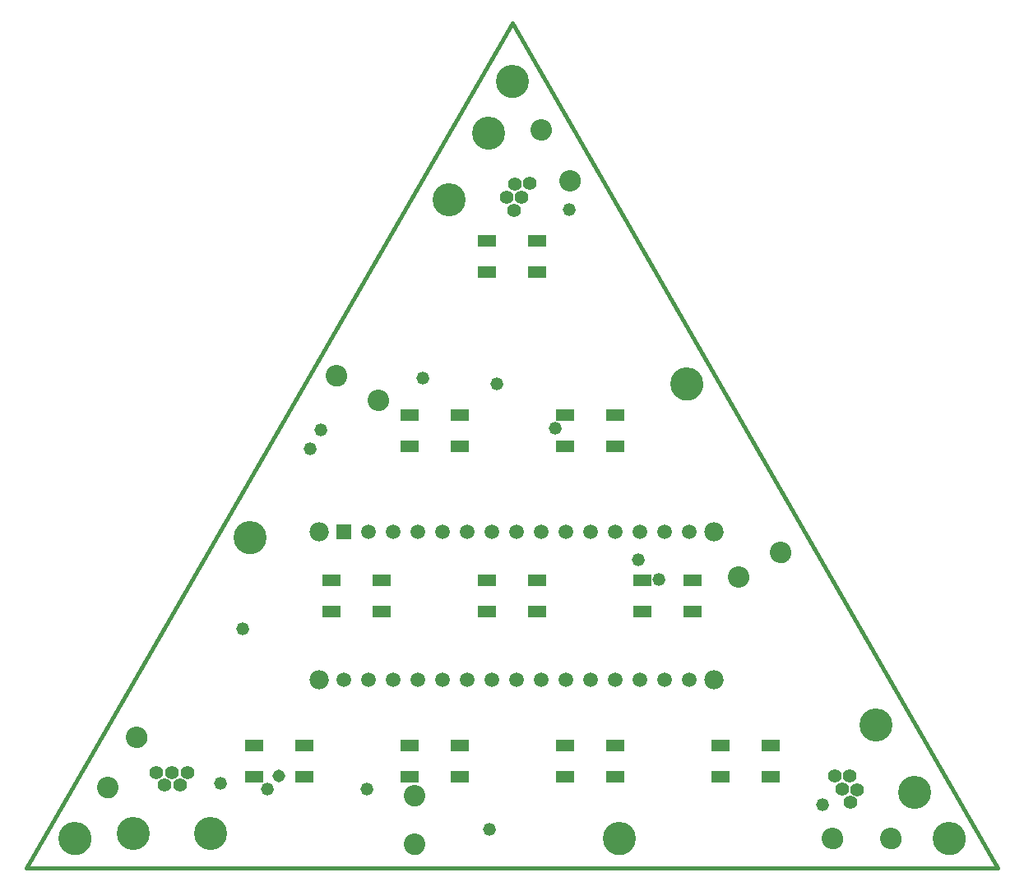
<source format=gts>
G04 EAGLE Gerber RS-274X export*
G75*
%MOMM*%
%FSLAX34Y34*%
%LPD*%
%INSolder Mask top*%
%IPPOS*%
%AMOC8*
5,1,8,0,0,1.08239X$1,22.5*%
G01*
%ADD10C,0.406400*%
%ADD11C,0.000000*%
%ADD12C,2.203200*%
%ADD13C,3.403200*%
%ADD14R,1.854200X1.203200*%
%ADD15C,1.981200*%
%ADD16R,1.511200X1.511200*%
%ADD17C,1.511200*%
%ADD18C,1.411200*%
%ADD19C,1.320800*%
%ADD20C,1.311200*%


D10*
X0Y0D02*
X1000000Y0D01*
X0Y0D02*
X500000Y870000D01*
X1000000Y0D01*
D11*
X820000Y30000D02*
X820003Y30245D01*
X820012Y30491D01*
X820027Y30736D01*
X820048Y30980D01*
X820075Y31224D01*
X820108Y31467D01*
X820147Y31710D01*
X820192Y31951D01*
X820243Y32191D01*
X820300Y32430D01*
X820362Y32667D01*
X820431Y32903D01*
X820505Y33137D01*
X820585Y33369D01*
X820670Y33599D01*
X820761Y33827D01*
X820858Y34052D01*
X820960Y34276D01*
X821068Y34496D01*
X821181Y34714D01*
X821299Y34929D01*
X821423Y35141D01*
X821551Y35350D01*
X821685Y35556D01*
X821824Y35758D01*
X821968Y35957D01*
X822117Y36152D01*
X822270Y36344D01*
X822428Y36532D01*
X822590Y36716D01*
X822758Y36895D01*
X822929Y37071D01*
X823105Y37242D01*
X823284Y37410D01*
X823468Y37572D01*
X823656Y37730D01*
X823848Y37883D01*
X824043Y38032D01*
X824242Y38176D01*
X824444Y38315D01*
X824650Y38449D01*
X824859Y38577D01*
X825071Y38701D01*
X825286Y38819D01*
X825504Y38932D01*
X825724Y39040D01*
X825948Y39142D01*
X826173Y39239D01*
X826401Y39330D01*
X826631Y39415D01*
X826863Y39495D01*
X827097Y39569D01*
X827333Y39638D01*
X827570Y39700D01*
X827809Y39757D01*
X828049Y39808D01*
X828290Y39853D01*
X828533Y39892D01*
X828776Y39925D01*
X829020Y39952D01*
X829264Y39973D01*
X829509Y39988D01*
X829755Y39997D01*
X830000Y40000D01*
X830245Y39997D01*
X830491Y39988D01*
X830736Y39973D01*
X830980Y39952D01*
X831224Y39925D01*
X831467Y39892D01*
X831710Y39853D01*
X831951Y39808D01*
X832191Y39757D01*
X832430Y39700D01*
X832667Y39638D01*
X832903Y39569D01*
X833137Y39495D01*
X833369Y39415D01*
X833599Y39330D01*
X833827Y39239D01*
X834052Y39142D01*
X834276Y39040D01*
X834496Y38932D01*
X834714Y38819D01*
X834929Y38701D01*
X835141Y38577D01*
X835350Y38449D01*
X835556Y38315D01*
X835758Y38176D01*
X835957Y38032D01*
X836152Y37883D01*
X836344Y37730D01*
X836532Y37572D01*
X836716Y37410D01*
X836895Y37242D01*
X837071Y37071D01*
X837242Y36895D01*
X837410Y36716D01*
X837572Y36532D01*
X837730Y36344D01*
X837883Y36152D01*
X838032Y35957D01*
X838176Y35758D01*
X838315Y35556D01*
X838449Y35350D01*
X838577Y35141D01*
X838701Y34929D01*
X838819Y34714D01*
X838932Y34496D01*
X839040Y34276D01*
X839142Y34052D01*
X839239Y33827D01*
X839330Y33599D01*
X839415Y33369D01*
X839495Y33137D01*
X839569Y32903D01*
X839638Y32667D01*
X839700Y32430D01*
X839757Y32191D01*
X839808Y31951D01*
X839853Y31710D01*
X839892Y31467D01*
X839925Y31224D01*
X839952Y30980D01*
X839973Y30736D01*
X839988Y30491D01*
X839997Y30245D01*
X840000Y30000D01*
X839997Y29755D01*
X839988Y29509D01*
X839973Y29264D01*
X839952Y29020D01*
X839925Y28776D01*
X839892Y28533D01*
X839853Y28290D01*
X839808Y28049D01*
X839757Y27809D01*
X839700Y27570D01*
X839638Y27333D01*
X839569Y27097D01*
X839495Y26863D01*
X839415Y26631D01*
X839330Y26401D01*
X839239Y26173D01*
X839142Y25948D01*
X839040Y25724D01*
X838932Y25504D01*
X838819Y25286D01*
X838701Y25071D01*
X838577Y24859D01*
X838449Y24650D01*
X838315Y24444D01*
X838176Y24242D01*
X838032Y24043D01*
X837883Y23848D01*
X837730Y23656D01*
X837572Y23468D01*
X837410Y23284D01*
X837242Y23105D01*
X837071Y22929D01*
X836895Y22758D01*
X836716Y22590D01*
X836532Y22428D01*
X836344Y22270D01*
X836152Y22117D01*
X835957Y21968D01*
X835758Y21824D01*
X835556Y21685D01*
X835350Y21551D01*
X835141Y21423D01*
X834929Y21299D01*
X834714Y21181D01*
X834496Y21068D01*
X834276Y20960D01*
X834052Y20858D01*
X833827Y20761D01*
X833599Y20670D01*
X833369Y20585D01*
X833137Y20505D01*
X832903Y20431D01*
X832667Y20362D01*
X832430Y20300D01*
X832191Y20243D01*
X831951Y20192D01*
X831710Y20147D01*
X831467Y20108D01*
X831224Y20075D01*
X830980Y20048D01*
X830736Y20027D01*
X830491Y20012D01*
X830245Y20003D01*
X830000Y20000D01*
X829755Y20003D01*
X829509Y20012D01*
X829264Y20027D01*
X829020Y20048D01*
X828776Y20075D01*
X828533Y20108D01*
X828290Y20147D01*
X828049Y20192D01*
X827809Y20243D01*
X827570Y20300D01*
X827333Y20362D01*
X827097Y20431D01*
X826863Y20505D01*
X826631Y20585D01*
X826401Y20670D01*
X826173Y20761D01*
X825948Y20858D01*
X825724Y20960D01*
X825504Y21068D01*
X825286Y21181D01*
X825071Y21299D01*
X824859Y21423D01*
X824650Y21551D01*
X824444Y21685D01*
X824242Y21824D01*
X824043Y21968D01*
X823848Y22117D01*
X823656Y22270D01*
X823468Y22428D01*
X823284Y22590D01*
X823105Y22758D01*
X822929Y22929D01*
X822758Y23105D01*
X822590Y23284D01*
X822428Y23468D01*
X822270Y23656D01*
X822117Y23848D01*
X821968Y24043D01*
X821824Y24242D01*
X821685Y24444D01*
X821551Y24650D01*
X821423Y24859D01*
X821299Y25071D01*
X821181Y25286D01*
X821068Y25504D01*
X820960Y25724D01*
X820858Y25948D01*
X820761Y26173D01*
X820670Y26401D01*
X820585Y26631D01*
X820505Y26863D01*
X820431Y27097D01*
X820362Y27333D01*
X820300Y27570D01*
X820243Y27809D01*
X820192Y28049D01*
X820147Y28290D01*
X820108Y28533D01*
X820075Y28776D01*
X820048Y29020D01*
X820027Y29264D01*
X820012Y29509D01*
X820003Y29755D01*
X820000Y30000D01*
D12*
X830000Y30000D03*
D11*
X880000Y30000D02*
X880003Y30245D01*
X880012Y30491D01*
X880027Y30736D01*
X880048Y30980D01*
X880075Y31224D01*
X880108Y31467D01*
X880147Y31710D01*
X880192Y31951D01*
X880243Y32191D01*
X880300Y32430D01*
X880362Y32667D01*
X880431Y32903D01*
X880505Y33137D01*
X880585Y33369D01*
X880670Y33599D01*
X880761Y33827D01*
X880858Y34052D01*
X880960Y34276D01*
X881068Y34496D01*
X881181Y34714D01*
X881299Y34929D01*
X881423Y35141D01*
X881551Y35350D01*
X881685Y35556D01*
X881824Y35758D01*
X881968Y35957D01*
X882117Y36152D01*
X882270Y36344D01*
X882428Y36532D01*
X882590Y36716D01*
X882758Y36895D01*
X882929Y37071D01*
X883105Y37242D01*
X883284Y37410D01*
X883468Y37572D01*
X883656Y37730D01*
X883848Y37883D01*
X884043Y38032D01*
X884242Y38176D01*
X884444Y38315D01*
X884650Y38449D01*
X884859Y38577D01*
X885071Y38701D01*
X885286Y38819D01*
X885504Y38932D01*
X885724Y39040D01*
X885948Y39142D01*
X886173Y39239D01*
X886401Y39330D01*
X886631Y39415D01*
X886863Y39495D01*
X887097Y39569D01*
X887333Y39638D01*
X887570Y39700D01*
X887809Y39757D01*
X888049Y39808D01*
X888290Y39853D01*
X888533Y39892D01*
X888776Y39925D01*
X889020Y39952D01*
X889264Y39973D01*
X889509Y39988D01*
X889755Y39997D01*
X890000Y40000D01*
X890245Y39997D01*
X890491Y39988D01*
X890736Y39973D01*
X890980Y39952D01*
X891224Y39925D01*
X891467Y39892D01*
X891710Y39853D01*
X891951Y39808D01*
X892191Y39757D01*
X892430Y39700D01*
X892667Y39638D01*
X892903Y39569D01*
X893137Y39495D01*
X893369Y39415D01*
X893599Y39330D01*
X893827Y39239D01*
X894052Y39142D01*
X894276Y39040D01*
X894496Y38932D01*
X894714Y38819D01*
X894929Y38701D01*
X895141Y38577D01*
X895350Y38449D01*
X895556Y38315D01*
X895758Y38176D01*
X895957Y38032D01*
X896152Y37883D01*
X896344Y37730D01*
X896532Y37572D01*
X896716Y37410D01*
X896895Y37242D01*
X897071Y37071D01*
X897242Y36895D01*
X897410Y36716D01*
X897572Y36532D01*
X897730Y36344D01*
X897883Y36152D01*
X898032Y35957D01*
X898176Y35758D01*
X898315Y35556D01*
X898449Y35350D01*
X898577Y35141D01*
X898701Y34929D01*
X898819Y34714D01*
X898932Y34496D01*
X899040Y34276D01*
X899142Y34052D01*
X899239Y33827D01*
X899330Y33599D01*
X899415Y33369D01*
X899495Y33137D01*
X899569Y32903D01*
X899638Y32667D01*
X899700Y32430D01*
X899757Y32191D01*
X899808Y31951D01*
X899853Y31710D01*
X899892Y31467D01*
X899925Y31224D01*
X899952Y30980D01*
X899973Y30736D01*
X899988Y30491D01*
X899997Y30245D01*
X900000Y30000D01*
X899997Y29755D01*
X899988Y29509D01*
X899973Y29264D01*
X899952Y29020D01*
X899925Y28776D01*
X899892Y28533D01*
X899853Y28290D01*
X899808Y28049D01*
X899757Y27809D01*
X899700Y27570D01*
X899638Y27333D01*
X899569Y27097D01*
X899495Y26863D01*
X899415Y26631D01*
X899330Y26401D01*
X899239Y26173D01*
X899142Y25948D01*
X899040Y25724D01*
X898932Y25504D01*
X898819Y25286D01*
X898701Y25071D01*
X898577Y24859D01*
X898449Y24650D01*
X898315Y24444D01*
X898176Y24242D01*
X898032Y24043D01*
X897883Y23848D01*
X897730Y23656D01*
X897572Y23468D01*
X897410Y23284D01*
X897242Y23105D01*
X897071Y22929D01*
X896895Y22758D01*
X896716Y22590D01*
X896532Y22428D01*
X896344Y22270D01*
X896152Y22117D01*
X895957Y21968D01*
X895758Y21824D01*
X895556Y21685D01*
X895350Y21551D01*
X895141Y21423D01*
X894929Y21299D01*
X894714Y21181D01*
X894496Y21068D01*
X894276Y20960D01*
X894052Y20858D01*
X893827Y20761D01*
X893599Y20670D01*
X893369Y20585D01*
X893137Y20505D01*
X892903Y20431D01*
X892667Y20362D01*
X892430Y20300D01*
X892191Y20243D01*
X891951Y20192D01*
X891710Y20147D01*
X891467Y20108D01*
X891224Y20075D01*
X890980Y20048D01*
X890736Y20027D01*
X890491Y20012D01*
X890245Y20003D01*
X890000Y20000D01*
X889755Y20003D01*
X889509Y20012D01*
X889264Y20027D01*
X889020Y20048D01*
X888776Y20075D01*
X888533Y20108D01*
X888290Y20147D01*
X888049Y20192D01*
X887809Y20243D01*
X887570Y20300D01*
X887333Y20362D01*
X887097Y20431D01*
X886863Y20505D01*
X886631Y20585D01*
X886401Y20670D01*
X886173Y20761D01*
X885948Y20858D01*
X885724Y20960D01*
X885504Y21068D01*
X885286Y21181D01*
X885071Y21299D01*
X884859Y21423D01*
X884650Y21551D01*
X884444Y21685D01*
X884242Y21824D01*
X884043Y21968D01*
X883848Y22117D01*
X883656Y22270D01*
X883468Y22428D01*
X883284Y22590D01*
X883105Y22758D01*
X882929Y22929D01*
X882758Y23105D01*
X882590Y23284D01*
X882428Y23468D01*
X882270Y23656D01*
X882117Y23848D01*
X881968Y24043D01*
X881824Y24242D01*
X881685Y24444D01*
X881551Y24650D01*
X881423Y24859D01*
X881299Y25071D01*
X881181Y25286D01*
X881068Y25504D01*
X880960Y25724D01*
X880858Y25948D01*
X880761Y26173D01*
X880670Y26401D01*
X880585Y26631D01*
X880505Y26863D01*
X880431Y27097D01*
X880362Y27333D01*
X880300Y27570D01*
X880243Y27809D01*
X880192Y28049D01*
X880147Y28290D01*
X880108Y28533D01*
X880075Y28776D01*
X880048Y29020D01*
X880027Y29264D01*
X880012Y29509D01*
X880003Y29755D01*
X880000Y30000D01*
D12*
X890000Y30000D03*
D11*
X73660Y82417D02*
X73663Y82662D01*
X73672Y82908D01*
X73687Y83153D01*
X73708Y83397D01*
X73735Y83641D01*
X73768Y83884D01*
X73807Y84127D01*
X73852Y84368D01*
X73903Y84608D01*
X73960Y84847D01*
X74022Y85084D01*
X74091Y85320D01*
X74165Y85554D01*
X74245Y85786D01*
X74330Y86016D01*
X74421Y86244D01*
X74518Y86469D01*
X74620Y86693D01*
X74728Y86913D01*
X74841Y87131D01*
X74959Y87346D01*
X75083Y87558D01*
X75211Y87767D01*
X75345Y87973D01*
X75484Y88175D01*
X75628Y88374D01*
X75777Y88569D01*
X75930Y88761D01*
X76088Y88949D01*
X76250Y89133D01*
X76418Y89312D01*
X76589Y89488D01*
X76765Y89659D01*
X76944Y89827D01*
X77128Y89989D01*
X77316Y90147D01*
X77508Y90300D01*
X77703Y90449D01*
X77902Y90593D01*
X78104Y90732D01*
X78310Y90866D01*
X78519Y90994D01*
X78731Y91118D01*
X78946Y91236D01*
X79164Y91349D01*
X79384Y91457D01*
X79608Y91559D01*
X79833Y91656D01*
X80061Y91747D01*
X80291Y91832D01*
X80523Y91912D01*
X80757Y91986D01*
X80993Y92055D01*
X81230Y92117D01*
X81469Y92174D01*
X81709Y92225D01*
X81950Y92270D01*
X82193Y92309D01*
X82436Y92342D01*
X82680Y92369D01*
X82924Y92390D01*
X83169Y92405D01*
X83415Y92414D01*
X83660Y92417D01*
X83905Y92414D01*
X84151Y92405D01*
X84396Y92390D01*
X84640Y92369D01*
X84884Y92342D01*
X85127Y92309D01*
X85370Y92270D01*
X85611Y92225D01*
X85851Y92174D01*
X86090Y92117D01*
X86327Y92055D01*
X86563Y91986D01*
X86797Y91912D01*
X87029Y91832D01*
X87259Y91747D01*
X87487Y91656D01*
X87712Y91559D01*
X87936Y91457D01*
X88156Y91349D01*
X88374Y91236D01*
X88589Y91118D01*
X88801Y90994D01*
X89010Y90866D01*
X89216Y90732D01*
X89418Y90593D01*
X89617Y90449D01*
X89812Y90300D01*
X90004Y90147D01*
X90192Y89989D01*
X90376Y89827D01*
X90555Y89659D01*
X90731Y89488D01*
X90902Y89312D01*
X91070Y89133D01*
X91232Y88949D01*
X91390Y88761D01*
X91543Y88569D01*
X91692Y88374D01*
X91836Y88175D01*
X91975Y87973D01*
X92109Y87767D01*
X92237Y87558D01*
X92361Y87346D01*
X92479Y87131D01*
X92592Y86913D01*
X92700Y86693D01*
X92802Y86469D01*
X92899Y86244D01*
X92990Y86016D01*
X93075Y85786D01*
X93155Y85554D01*
X93229Y85320D01*
X93298Y85084D01*
X93360Y84847D01*
X93417Y84608D01*
X93468Y84368D01*
X93513Y84127D01*
X93552Y83884D01*
X93585Y83641D01*
X93612Y83397D01*
X93633Y83153D01*
X93648Y82908D01*
X93657Y82662D01*
X93660Y82417D01*
X93657Y82172D01*
X93648Y81926D01*
X93633Y81681D01*
X93612Y81437D01*
X93585Y81193D01*
X93552Y80950D01*
X93513Y80707D01*
X93468Y80466D01*
X93417Y80226D01*
X93360Y79987D01*
X93298Y79750D01*
X93229Y79514D01*
X93155Y79280D01*
X93075Y79048D01*
X92990Y78818D01*
X92899Y78590D01*
X92802Y78365D01*
X92700Y78141D01*
X92592Y77921D01*
X92479Y77703D01*
X92361Y77488D01*
X92237Y77276D01*
X92109Y77067D01*
X91975Y76861D01*
X91836Y76659D01*
X91692Y76460D01*
X91543Y76265D01*
X91390Y76073D01*
X91232Y75885D01*
X91070Y75701D01*
X90902Y75522D01*
X90731Y75346D01*
X90555Y75175D01*
X90376Y75007D01*
X90192Y74845D01*
X90004Y74687D01*
X89812Y74534D01*
X89617Y74385D01*
X89418Y74241D01*
X89216Y74102D01*
X89010Y73968D01*
X88801Y73840D01*
X88589Y73716D01*
X88374Y73598D01*
X88156Y73485D01*
X87936Y73377D01*
X87712Y73275D01*
X87487Y73178D01*
X87259Y73087D01*
X87029Y73002D01*
X86797Y72922D01*
X86563Y72848D01*
X86327Y72779D01*
X86090Y72717D01*
X85851Y72660D01*
X85611Y72609D01*
X85370Y72564D01*
X85127Y72525D01*
X84884Y72492D01*
X84640Y72465D01*
X84396Y72444D01*
X84151Y72429D01*
X83905Y72420D01*
X83660Y72417D01*
X83415Y72420D01*
X83169Y72429D01*
X82924Y72444D01*
X82680Y72465D01*
X82436Y72492D01*
X82193Y72525D01*
X81950Y72564D01*
X81709Y72609D01*
X81469Y72660D01*
X81230Y72717D01*
X80993Y72779D01*
X80757Y72848D01*
X80523Y72922D01*
X80291Y73002D01*
X80061Y73087D01*
X79833Y73178D01*
X79608Y73275D01*
X79384Y73377D01*
X79164Y73485D01*
X78946Y73598D01*
X78731Y73716D01*
X78519Y73840D01*
X78310Y73968D01*
X78104Y74102D01*
X77902Y74241D01*
X77703Y74385D01*
X77508Y74534D01*
X77316Y74687D01*
X77128Y74845D01*
X76944Y75007D01*
X76765Y75175D01*
X76589Y75346D01*
X76418Y75522D01*
X76250Y75701D01*
X76088Y75885D01*
X75930Y76073D01*
X75777Y76265D01*
X75628Y76460D01*
X75484Y76659D01*
X75345Y76861D01*
X75211Y77067D01*
X75083Y77276D01*
X74959Y77488D01*
X74841Y77703D01*
X74728Y77921D01*
X74620Y78141D01*
X74518Y78365D01*
X74421Y78590D01*
X74330Y78818D01*
X74245Y79048D01*
X74165Y79280D01*
X74091Y79514D01*
X74022Y79750D01*
X73960Y79987D01*
X73903Y80226D01*
X73852Y80466D01*
X73807Y80707D01*
X73768Y80950D01*
X73735Y81193D01*
X73708Y81437D01*
X73687Y81681D01*
X73672Y81926D01*
X73663Y82172D01*
X73660Y82417D01*
D12*
X83660Y82417D03*
D11*
X103660Y134378D02*
X103663Y134623D01*
X103672Y134869D01*
X103687Y135114D01*
X103708Y135358D01*
X103735Y135602D01*
X103768Y135845D01*
X103807Y136088D01*
X103852Y136329D01*
X103903Y136569D01*
X103960Y136808D01*
X104022Y137045D01*
X104091Y137281D01*
X104165Y137515D01*
X104245Y137747D01*
X104330Y137977D01*
X104421Y138205D01*
X104518Y138430D01*
X104620Y138654D01*
X104728Y138874D01*
X104841Y139092D01*
X104959Y139307D01*
X105083Y139519D01*
X105211Y139728D01*
X105345Y139934D01*
X105484Y140136D01*
X105628Y140335D01*
X105777Y140530D01*
X105930Y140722D01*
X106088Y140910D01*
X106250Y141094D01*
X106418Y141273D01*
X106589Y141449D01*
X106765Y141620D01*
X106944Y141788D01*
X107128Y141950D01*
X107316Y142108D01*
X107508Y142261D01*
X107703Y142410D01*
X107902Y142554D01*
X108104Y142693D01*
X108310Y142827D01*
X108519Y142955D01*
X108731Y143079D01*
X108946Y143197D01*
X109164Y143310D01*
X109384Y143418D01*
X109608Y143520D01*
X109833Y143617D01*
X110061Y143708D01*
X110291Y143793D01*
X110523Y143873D01*
X110757Y143947D01*
X110993Y144016D01*
X111230Y144078D01*
X111469Y144135D01*
X111709Y144186D01*
X111950Y144231D01*
X112193Y144270D01*
X112436Y144303D01*
X112680Y144330D01*
X112924Y144351D01*
X113169Y144366D01*
X113415Y144375D01*
X113660Y144378D01*
X113905Y144375D01*
X114151Y144366D01*
X114396Y144351D01*
X114640Y144330D01*
X114884Y144303D01*
X115127Y144270D01*
X115370Y144231D01*
X115611Y144186D01*
X115851Y144135D01*
X116090Y144078D01*
X116327Y144016D01*
X116563Y143947D01*
X116797Y143873D01*
X117029Y143793D01*
X117259Y143708D01*
X117487Y143617D01*
X117712Y143520D01*
X117936Y143418D01*
X118156Y143310D01*
X118374Y143197D01*
X118589Y143079D01*
X118801Y142955D01*
X119010Y142827D01*
X119216Y142693D01*
X119418Y142554D01*
X119617Y142410D01*
X119812Y142261D01*
X120004Y142108D01*
X120192Y141950D01*
X120376Y141788D01*
X120555Y141620D01*
X120731Y141449D01*
X120902Y141273D01*
X121070Y141094D01*
X121232Y140910D01*
X121390Y140722D01*
X121543Y140530D01*
X121692Y140335D01*
X121836Y140136D01*
X121975Y139934D01*
X122109Y139728D01*
X122237Y139519D01*
X122361Y139307D01*
X122479Y139092D01*
X122592Y138874D01*
X122700Y138654D01*
X122802Y138430D01*
X122899Y138205D01*
X122990Y137977D01*
X123075Y137747D01*
X123155Y137515D01*
X123229Y137281D01*
X123298Y137045D01*
X123360Y136808D01*
X123417Y136569D01*
X123468Y136329D01*
X123513Y136088D01*
X123552Y135845D01*
X123585Y135602D01*
X123612Y135358D01*
X123633Y135114D01*
X123648Y134869D01*
X123657Y134623D01*
X123660Y134378D01*
X123657Y134133D01*
X123648Y133887D01*
X123633Y133642D01*
X123612Y133398D01*
X123585Y133154D01*
X123552Y132911D01*
X123513Y132668D01*
X123468Y132427D01*
X123417Y132187D01*
X123360Y131948D01*
X123298Y131711D01*
X123229Y131475D01*
X123155Y131241D01*
X123075Y131009D01*
X122990Y130779D01*
X122899Y130551D01*
X122802Y130326D01*
X122700Y130102D01*
X122592Y129882D01*
X122479Y129664D01*
X122361Y129449D01*
X122237Y129237D01*
X122109Y129028D01*
X121975Y128822D01*
X121836Y128620D01*
X121692Y128421D01*
X121543Y128226D01*
X121390Y128034D01*
X121232Y127846D01*
X121070Y127662D01*
X120902Y127483D01*
X120731Y127307D01*
X120555Y127136D01*
X120376Y126968D01*
X120192Y126806D01*
X120004Y126648D01*
X119812Y126495D01*
X119617Y126346D01*
X119418Y126202D01*
X119216Y126063D01*
X119010Y125929D01*
X118801Y125801D01*
X118589Y125677D01*
X118374Y125559D01*
X118156Y125446D01*
X117936Y125338D01*
X117712Y125236D01*
X117487Y125139D01*
X117259Y125048D01*
X117029Y124963D01*
X116797Y124883D01*
X116563Y124809D01*
X116327Y124740D01*
X116090Y124678D01*
X115851Y124621D01*
X115611Y124570D01*
X115370Y124525D01*
X115127Y124486D01*
X114884Y124453D01*
X114640Y124426D01*
X114396Y124405D01*
X114151Y124390D01*
X113905Y124381D01*
X113660Y124378D01*
X113415Y124381D01*
X113169Y124390D01*
X112924Y124405D01*
X112680Y124426D01*
X112436Y124453D01*
X112193Y124486D01*
X111950Y124525D01*
X111709Y124570D01*
X111469Y124621D01*
X111230Y124678D01*
X110993Y124740D01*
X110757Y124809D01*
X110523Y124883D01*
X110291Y124963D01*
X110061Y125048D01*
X109833Y125139D01*
X109608Y125236D01*
X109384Y125338D01*
X109164Y125446D01*
X108946Y125559D01*
X108731Y125677D01*
X108519Y125801D01*
X108310Y125929D01*
X108104Y126063D01*
X107902Y126202D01*
X107703Y126346D01*
X107508Y126495D01*
X107316Y126648D01*
X107128Y126806D01*
X106944Y126968D01*
X106765Y127136D01*
X106589Y127307D01*
X106418Y127483D01*
X106250Y127662D01*
X106088Y127846D01*
X105930Y128034D01*
X105777Y128226D01*
X105628Y128421D01*
X105484Y128620D01*
X105345Y128822D01*
X105211Y129028D01*
X105083Y129237D01*
X104959Y129449D01*
X104841Y129664D01*
X104728Y129882D01*
X104620Y130102D01*
X104518Y130326D01*
X104421Y130551D01*
X104330Y130779D01*
X104245Y131009D01*
X104165Y131241D01*
X104091Y131475D01*
X104022Y131711D01*
X103960Y131948D01*
X103903Y132187D01*
X103852Y132427D01*
X103807Y132668D01*
X103768Y132911D01*
X103735Y133154D01*
X103708Y133398D01*
X103687Y133642D01*
X103672Y133887D01*
X103663Y134133D01*
X103660Y134378D01*
D12*
X113660Y134378D03*
D11*
X520000Y760000D02*
X520003Y760245D01*
X520012Y760491D01*
X520027Y760736D01*
X520048Y760980D01*
X520075Y761224D01*
X520108Y761467D01*
X520147Y761710D01*
X520192Y761951D01*
X520243Y762191D01*
X520300Y762430D01*
X520362Y762667D01*
X520431Y762903D01*
X520505Y763137D01*
X520585Y763369D01*
X520670Y763599D01*
X520761Y763827D01*
X520858Y764052D01*
X520960Y764276D01*
X521068Y764496D01*
X521181Y764714D01*
X521299Y764929D01*
X521423Y765141D01*
X521551Y765350D01*
X521685Y765556D01*
X521824Y765758D01*
X521968Y765957D01*
X522117Y766152D01*
X522270Y766344D01*
X522428Y766532D01*
X522590Y766716D01*
X522758Y766895D01*
X522929Y767071D01*
X523105Y767242D01*
X523284Y767410D01*
X523468Y767572D01*
X523656Y767730D01*
X523848Y767883D01*
X524043Y768032D01*
X524242Y768176D01*
X524444Y768315D01*
X524650Y768449D01*
X524859Y768577D01*
X525071Y768701D01*
X525286Y768819D01*
X525504Y768932D01*
X525724Y769040D01*
X525948Y769142D01*
X526173Y769239D01*
X526401Y769330D01*
X526631Y769415D01*
X526863Y769495D01*
X527097Y769569D01*
X527333Y769638D01*
X527570Y769700D01*
X527809Y769757D01*
X528049Y769808D01*
X528290Y769853D01*
X528533Y769892D01*
X528776Y769925D01*
X529020Y769952D01*
X529264Y769973D01*
X529509Y769988D01*
X529755Y769997D01*
X530000Y770000D01*
X530245Y769997D01*
X530491Y769988D01*
X530736Y769973D01*
X530980Y769952D01*
X531224Y769925D01*
X531467Y769892D01*
X531710Y769853D01*
X531951Y769808D01*
X532191Y769757D01*
X532430Y769700D01*
X532667Y769638D01*
X532903Y769569D01*
X533137Y769495D01*
X533369Y769415D01*
X533599Y769330D01*
X533827Y769239D01*
X534052Y769142D01*
X534276Y769040D01*
X534496Y768932D01*
X534714Y768819D01*
X534929Y768701D01*
X535141Y768577D01*
X535350Y768449D01*
X535556Y768315D01*
X535758Y768176D01*
X535957Y768032D01*
X536152Y767883D01*
X536344Y767730D01*
X536532Y767572D01*
X536716Y767410D01*
X536895Y767242D01*
X537071Y767071D01*
X537242Y766895D01*
X537410Y766716D01*
X537572Y766532D01*
X537730Y766344D01*
X537883Y766152D01*
X538032Y765957D01*
X538176Y765758D01*
X538315Y765556D01*
X538449Y765350D01*
X538577Y765141D01*
X538701Y764929D01*
X538819Y764714D01*
X538932Y764496D01*
X539040Y764276D01*
X539142Y764052D01*
X539239Y763827D01*
X539330Y763599D01*
X539415Y763369D01*
X539495Y763137D01*
X539569Y762903D01*
X539638Y762667D01*
X539700Y762430D01*
X539757Y762191D01*
X539808Y761951D01*
X539853Y761710D01*
X539892Y761467D01*
X539925Y761224D01*
X539952Y760980D01*
X539973Y760736D01*
X539988Y760491D01*
X539997Y760245D01*
X540000Y760000D01*
X539997Y759755D01*
X539988Y759509D01*
X539973Y759264D01*
X539952Y759020D01*
X539925Y758776D01*
X539892Y758533D01*
X539853Y758290D01*
X539808Y758049D01*
X539757Y757809D01*
X539700Y757570D01*
X539638Y757333D01*
X539569Y757097D01*
X539495Y756863D01*
X539415Y756631D01*
X539330Y756401D01*
X539239Y756173D01*
X539142Y755948D01*
X539040Y755724D01*
X538932Y755504D01*
X538819Y755286D01*
X538701Y755071D01*
X538577Y754859D01*
X538449Y754650D01*
X538315Y754444D01*
X538176Y754242D01*
X538032Y754043D01*
X537883Y753848D01*
X537730Y753656D01*
X537572Y753468D01*
X537410Y753284D01*
X537242Y753105D01*
X537071Y752929D01*
X536895Y752758D01*
X536716Y752590D01*
X536532Y752428D01*
X536344Y752270D01*
X536152Y752117D01*
X535957Y751968D01*
X535758Y751824D01*
X535556Y751685D01*
X535350Y751551D01*
X535141Y751423D01*
X534929Y751299D01*
X534714Y751181D01*
X534496Y751068D01*
X534276Y750960D01*
X534052Y750858D01*
X533827Y750761D01*
X533599Y750670D01*
X533369Y750585D01*
X533137Y750505D01*
X532903Y750431D01*
X532667Y750362D01*
X532430Y750300D01*
X532191Y750243D01*
X531951Y750192D01*
X531710Y750147D01*
X531467Y750108D01*
X531224Y750075D01*
X530980Y750048D01*
X530736Y750027D01*
X530491Y750012D01*
X530245Y750003D01*
X530000Y750000D01*
X529755Y750003D01*
X529509Y750012D01*
X529264Y750027D01*
X529020Y750048D01*
X528776Y750075D01*
X528533Y750108D01*
X528290Y750147D01*
X528049Y750192D01*
X527809Y750243D01*
X527570Y750300D01*
X527333Y750362D01*
X527097Y750431D01*
X526863Y750505D01*
X526631Y750585D01*
X526401Y750670D01*
X526173Y750761D01*
X525948Y750858D01*
X525724Y750960D01*
X525504Y751068D01*
X525286Y751181D01*
X525071Y751299D01*
X524859Y751423D01*
X524650Y751551D01*
X524444Y751685D01*
X524242Y751824D01*
X524043Y751968D01*
X523848Y752117D01*
X523656Y752270D01*
X523468Y752428D01*
X523284Y752590D01*
X523105Y752758D01*
X522929Y752929D01*
X522758Y753105D01*
X522590Y753284D01*
X522428Y753468D01*
X522270Y753656D01*
X522117Y753848D01*
X521968Y754043D01*
X521824Y754242D01*
X521685Y754444D01*
X521551Y754650D01*
X521423Y754859D01*
X521299Y755071D01*
X521181Y755286D01*
X521068Y755504D01*
X520960Y755724D01*
X520858Y755948D01*
X520761Y756173D01*
X520670Y756401D01*
X520585Y756631D01*
X520505Y756863D01*
X520431Y757097D01*
X520362Y757333D01*
X520300Y757570D01*
X520243Y757809D01*
X520192Y758049D01*
X520147Y758290D01*
X520108Y758533D01*
X520075Y758776D01*
X520048Y759020D01*
X520027Y759264D01*
X520012Y759509D01*
X520003Y759755D01*
X520000Y760000D01*
D12*
X530000Y760000D03*
D11*
X550000Y708038D02*
X550003Y708283D01*
X550012Y708529D01*
X550027Y708774D01*
X550048Y709018D01*
X550075Y709262D01*
X550108Y709505D01*
X550147Y709748D01*
X550192Y709989D01*
X550243Y710229D01*
X550300Y710468D01*
X550362Y710705D01*
X550431Y710941D01*
X550505Y711175D01*
X550585Y711407D01*
X550670Y711637D01*
X550761Y711865D01*
X550858Y712090D01*
X550960Y712314D01*
X551068Y712534D01*
X551181Y712752D01*
X551299Y712967D01*
X551423Y713179D01*
X551551Y713388D01*
X551685Y713594D01*
X551824Y713796D01*
X551968Y713995D01*
X552117Y714190D01*
X552270Y714382D01*
X552428Y714570D01*
X552590Y714754D01*
X552758Y714933D01*
X552929Y715109D01*
X553105Y715280D01*
X553284Y715448D01*
X553468Y715610D01*
X553656Y715768D01*
X553848Y715921D01*
X554043Y716070D01*
X554242Y716214D01*
X554444Y716353D01*
X554650Y716487D01*
X554859Y716615D01*
X555071Y716739D01*
X555286Y716857D01*
X555504Y716970D01*
X555724Y717078D01*
X555948Y717180D01*
X556173Y717277D01*
X556401Y717368D01*
X556631Y717453D01*
X556863Y717533D01*
X557097Y717607D01*
X557333Y717676D01*
X557570Y717738D01*
X557809Y717795D01*
X558049Y717846D01*
X558290Y717891D01*
X558533Y717930D01*
X558776Y717963D01*
X559020Y717990D01*
X559264Y718011D01*
X559509Y718026D01*
X559755Y718035D01*
X560000Y718038D01*
X560245Y718035D01*
X560491Y718026D01*
X560736Y718011D01*
X560980Y717990D01*
X561224Y717963D01*
X561467Y717930D01*
X561710Y717891D01*
X561951Y717846D01*
X562191Y717795D01*
X562430Y717738D01*
X562667Y717676D01*
X562903Y717607D01*
X563137Y717533D01*
X563369Y717453D01*
X563599Y717368D01*
X563827Y717277D01*
X564052Y717180D01*
X564276Y717078D01*
X564496Y716970D01*
X564714Y716857D01*
X564929Y716739D01*
X565141Y716615D01*
X565350Y716487D01*
X565556Y716353D01*
X565758Y716214D01*
X565957Y716070D01*
X566152Y715921D01*
X566344Y715768D01*
X566532Y715610D01*
X566716Y715448D01*
X566895Y715280D01*
X567071Y715109D01*
X567242Y714933D01*
X567410Y714754D01*
X567572Y714570D01*
X567730Y714382D01*
X567883Y714190D01*
X568032Y713995D01*
X568176Y713796D01*
X568315Y713594D01*
X568449Y713388D01*
X568577Y713179D01*
X568701Y712967D01*
X568819Y712752D01*
X568932Y712534D01*
X569040Y712314D01*
X569142Y712090D01*
X569239Y711865D01*
X569330Y711637D01*
X569415Y711407D01*
X569495Y711175D01*
X569569Y710941D01*
X569638Y710705D01*
X569700Y710468D01*
X569757Y710229D01*
X569808Y709989D01*
X569853Y709748D01*
X569892Y709505D01*
X569925Y709262D01*
X569952Y709018D01*
X569973Y708774D01*
X569988Y708529D01*
X569997Y708283D01*
X570000Y708038D01*
X569997Y707793D01*
X569988Y707547D01*
X569973Y707302D01*
X569952Y707058D01*
X569925Y706814D01*
X569892Y706571D01*
X569853Y706328D01*
X569808Y706087D01*
X569757Y705847D01*
X569700Y705608D01*
X569638Y705371D01*
X569569Y705135D01*
X569495Y704901D01*
X569415Y704669D01*
X569330Y704439D01*
X569239Y704211D01*
X569142Y703986D01*
X569040Y703762D01*
X568932Y703542D01*
X568819Y703324D01*
X568701Y703109D01*
X568577Y702897D01*
X568449Y702688D01*
X568315Y702482D01*
X568176Y702280D01*
X568032Y702081D01*
X567883Y701886D01*
X567730Y701694D01*
X567572Y701506D01*
X567410Y701322D01*
X567242Y701143D01*
X567071Y700967D01*
X566895Y700796D01*
X566716Y700628D01*
X566532Y700466D01*
X566344Y700308D01*
X566152Y700155D01*
X565957Y700006D01*
X565758Y699862D01*
X565556Y699723D01*
X565350Y699589D01*
X565141Y699461D01*
X564929Y699337D01*
X564714Y699219D01*
X564496Y699106D01*
X564276Y698998D01*
X564052Y698896D01*
X563827Y698799D01*
X563599Y698708D01*
X563369Y698623D01*
X563137Y698543D01*
X562903Y698469D01*
X562667Y698400D01*
X562430Y698338D01*
X562191Y698281D01*
X561951Y698230D01*
X561710Y698185D01*
X561467Y698146D01*
X561224Y698113D01*
X560980Y698086D01*
X560736Y698065D01*
X560491Y698050D01*
X560245Y698041D01*
X560000Y698038D01*
X559755Y698041D01*
X559509Y698050D01*
X559264Y698065D01*
X559020Y698086D01*
X558776Y698113D01*
X558533Y698146D01*
X558290Y698185D01*
X558049Y698230D01*
X557809Y698281D01*
X557570Y698338D01*
X557333Y698400D01*
X557097Y698469D01*
X556863Y698543D01*
X556631Y698623D01*
X556401Y698708D01*
X556173Y698799D01*
X555948Y698896D01*
X555724Y698998D01*
X555504Y699106D01*
X555286Y699219D01*
X555071Y699337D01*
X554859Y699461D01*
X554650Y699589D01*
X554444Y699723D01*
X554242Y699862D01*
X554043Y700006D01*
X553848Y700155D01*
X553656Y700308D01*
X553468Y700466D01*
X553284Y700628D01*
X553105Y700796D01*
X552929Y700967D01*
X552758Y701143D01*
X552590Y701322D01*
X552428Y701506D01*
X552270Y701694D01*
X552117Y701886D01*
X551968Y702081D01*
X551824Y702280D01*
X551685Y702482D01*
X551551Y702688D01*
X551423Y702897D01*
X551299Y703109D01*
X551181Y703324D01*
X551068Y703542D01*
X550960Y703762D01*
X550858Y703986D01*
X550761Y704211D01*
X550670Y704439D01*
X550585Y704669D01*
X550505Y704901D01*
X550431Y705135D01*
X550362Y705371D01*
X550300Y705608D01*
X550243Y705847D01*
X550192Y706087D01*
X550147Y706328D01*
X550108Y706571D01*
X550075Y706814D01*
X550048Y707058D01*
X550027Y707302D01*
X550012Y707547D01*
X550003Y707793D01*
X550000Y708038D01*
D12*
X560000Y708038D03*
D11*
X389378Y24019D02*
X389381Y24264D01*
X389390Y24510D01*
X389405Y24755D01*
X389426Y24999D01*
X389453Y25243D01*
X389486Y25486D01*
X389525Y25729D01*
X389570Y25970D01*
X389621Y26210D01*
X389678Y26449D01*
X389740Y26686D01*
X389809Y26922D01*
X389883Y27156D01*
X389963Y27388D01*
X390048Y27618D01*
X390139Y27846D01*
X390236Y28071D01*
X390338Y28295D01*
X390446Y28515D01*
X390559Y28733D01*
X390677Y28948D01*
X390801Y29160D01*
X390929Y29369D01*
X391063Y29575D01*
X391202Y29777D01*
X391346Y29976D01*
X391495Y30171D01*
X391648Y30363D01*
X391806Y30551D01*
X391968Y30735D01*
X392136Y30914D01*
X392307Y31090D01*
X392483Y31261D01*
X392662Y31429D01*
X392846Y31591D01*
X393034Y31749D01*
X393226Y31902D01*
X393421Y32051D01*
X393620Y32195D01*
X393822Y32334D01*
X394028Y32468D01*
X394237Y32596D01*
X394449Y32720D01*
X394664Y32838D01*
X394882Y32951D01*
X395102Y33059D01*
X395326Y33161D01*
X395551Y33258D01*
X395779Y33349D01*
X396009Y33434D01*
X396241Y33514D01*
X396475Y33588D01*
X396711Y33657D01*
X396948Y33719D01*
X397187Y33776D01*
X397427Y33827D01*
X397668Y33872D01*
X397911Y33911D01*
X398154Y33944D01*
X398398Y33971D01*
X398642Y33992D01*
X398887Y34007D01*
X399133Y34016D01*
X399378Y34019D01*
X399623Y34016D01*
X399869Y34007D01*
X400114Y33992D01*
X400358Y33971D01*
X400602Y33944D01*
X400845Y33911D01*
X401088Y33872D01*
X401329Y33827D01*
X401569Y33776D01*
X401808Y33719D01*
X402045Y33657D01*
X402281Y33588D01*
X402515Y33514D01*
X402747Y33434D01*
X402977Y33349D01*
X403205Y33258D01*
X403430Y33161D01*
X403654Y33059D01*
X403874Y32951D01*
X404092Y32838D01*
X404307Y32720D01*
X404519Y32596D01*
X404728Y32468D01*
X404934Y32334D01*
X405136Y32195D01*
X405335Y32051D01*
X405530Y31902D01*
X405722Y31749D01*
X405910Y31591D01*
X406094Y31429D01*
X406273Y31261D01*
X406449Y31090D01*
X406620Y30914D01*
X406788Y30735D01*
X406950Y30551D01*
X407108Y30363D01*
X407261Y30171D01*
X407410Y29976D01*
X407554Y29777D01*
X407693Y29575D01*
X407827Y29369D01*
X407955Y29160D01*
X408079Y28948D01*
X408197Y28733D01*
X408310Y28515D01*
X408418Y28295D01*
X408520Y28071D01*
X408617Y27846D01*
X408708Y27618D01*
X408793Y27388D01*
X408873Y27156D01*
X408947Y26922D01*
X409016Y26686D01*
X409078Y26449D01*
X409135Y26210D01*
X409186Y25970D01*
X409231Y25729D01*
X409270Y25486D01*
X409303Y25243D01*
X409330Y24999D01*
X409351Y24755D01*
X409366Y24510D01*
X409375Y24264D01*
X409378Y24019D01*
X409375Y23774D01*
X409366Y23528D01*
X409351Y23283D01*
X409330Y23039D01*
X409303Y22795D01*
X409270Y22552D01*
X409231Y22309D01*
X409186Y22068D01*
X409135Y21828D01*
X409078Y21589D01*
X409016Y21352D01*
X408947Y21116D01*
X408873Y20882D01*
X408793Y20650D01*
X408708Y20420D01*
X408617Y20192D01*
X408520Y19967D01*
X408418Y19743D01*
X408310Y19523D01*
X408197Y19305D01*
X408079Y19090D01*
X407955Y18878D01*
X407827Y18669D01*
X407693Y18463D01*
X407554Y18261D01*
X407410Y18062D01*
X407261Y17867D01*
X407108Y17675D01*
X406950Y17487D01*
X406788Y17303D01*
X406620Y17124D01*
X406449Y16948D01*
X406273Y16777D01*
X406094Y16609D01*
X405910Y16447D01*
X405722Y16289D01*
X405530Y16136D01*
X405335Y15987D01*
X405136Y15843D01*
X404934Y15704D01*
X404728Y15570D01*
X404519Y15442D01*
X404307Y15318D01*
X404092Y15200D01*
X403874Y15087D01*
X403654Y14979D01*
X403430Y14877D01*
X403205Y14780D01*
X402977Y14689D01*
X402747Y14604D01*
X402515Y14524D01*
X402281Y14450D01*
X402045Y14381D01*
X401808Y14319D01*
X401569Y14262D01*
X401329Y14211D01*
X401088Y14166D01*
X400845Y14127D01*
X400602Y14094D01*
X400358Y14067D01*
X400114Y14046D01*
X399869Y14031D01*
X399623Y14022D01*
X399378Y14019D01*
X399133Y14022D01*
X398887Y14031D01*
X398642Y14046D01*
X398398Y14067D01*
X398154Y14094D01*
X397911Y14127D01*
X397668Y14166D01*
X397427Y14211D01*
X397187Y14262D01*
X396948Y14319D01*
X396711Y14381D01*
X396475Y14450D01*
X396241Y14524D01*
X396009Y14604D01*
X395779Y14689D01*
X395551Y14780D01*
X395326Y14877D01*
X395102Y14979D01*
X394882Y15087D01*
X394664Y15200D01*
X394449Y15318D01*
X394237Y15442D01*
X394028Y15570D01*
X393822Y15704D01*
X393620Y15843D01*
X393421Y15987D01*
X393226Y16136D01*
X393034Y16289D01*
X392846Y16447D01*
X392662Y16609D01*
X392483Y16777D01*
X392307Y16948D01*
X392136Y17124D01*
X391968Y17303D01*
X391806Y17487D01*
X391648Y17675D01*
X391495Y17867D01*
X391346Y18062D01*
X391202Y18261D01*
X391063Y18463D01*
X390929Y18669D01*
X390801Y18878D01*
X390677Y19090D01*
X390559Y19305D01*
X390446Y19523D01*
X390338Y19743D01*
X390236Y19967D01*
X390139Y20192D01*
X390048Y20420D01*
X389963Y20650D01*
X389883Y20882D01*
X389809Y21116D01*
X389740Y21352D01*
X389678Y21589D01*
X389621Y21828D01*
X389570Y22068D01*
X389525Y22309D01*
X389486Y22552D01*
X389453Y22795D01*
X389426Y23039D01*
X389405Y23283D01*
X389390Y23528D01*
X389381Y23774D01*
X389378Y24019D01*
D12*
X399378Y24019D03*
D11*
X389378Y74019D02*
X389381Y74264D01*
X389390Y74510D01*
X389405Y74755D01*
X389426Y74999D01*
X389453Y75243D01*
X389486Y75486D01*
X389525Y75729D01*
X389570Y75970D01*
X389621Y76210D01*
X389678Y76449D01*
X389740Y76686D01*
X389809Y76922D01*
X389883Y77156D01*
X389963Y77388D01*
X390048Y77618D01*
X390139Y77846D01*
X390236Y78071D01*
X390338Y78295D01*
X390446Y78515D01*
X390559Y78733D01*
X390677Y78948D01*
X390801Y79160D01*
X390929Y79369D01*
X391063Y79575D01*
X391202Y79777D01*
X391346Y79976D01*
X391495Y80171D01*
X391648Y80363D01*
X391806Y80551D01*
X391968Y80735D01*
X392136Y80914D01*
X392307Y81090D01*
X392483Y81261D01*
X392662Y81429D01*
X392846Y81591D01*
X393034Y81749D01*
X393226Y81902D01*
X393421Y82051D01*
X393620Y82195D01*
X393822Y82334D01*
X394028Y82468D01*
X394237Y82596D01*
X394449Y82720D01*
X394664Y82838D01*
X394882Y82951D01*
X395102Y83059D01*
X395326Y83161D01*
X395551Y83258D01*
X395779Y83349D01*
X396009Y83434D01*
X396241Y83514D01*
X396475Y83588D01*
X396711Y83657D01*
X396948Y83719D01*
X397187Y83776D01*
X397427Y83827D01*
X397668Y83872D01*
X397911Y83911D01*
X398154Y83944D01*
X398398Y83971D01*
X398642Y83992D01*
X398887Y84007D01*
X399133Y84016D01*
X399378Y84019D01*
X399623Y84016D01*
X399869Y84007D01*
X400114Y83992D01*
X400358Y83971D01*
X400602Y83944D01*
X400845Y83911D01*
X401088Y83872D01*
X401329Y83827D01*
X401569Y83776D01*
X401808Y83719D01*
X402045Y83657D01*
X402281Y83588D01*
X402515Y83514D01*
X402747Y83434D01*
X402977Y83349D01*
X403205Y83258D01*
X403430Y83161D01*
X403654Y83059D01*
X403874Y82951D01*
X404092Y82838D01*
X404307Y82720D01*
X404519Y82596D01*
X404728Y82468D01*
X404934Y82334D01*
X405136Y82195D01*
X405335Y82051D01*
X405530Y81902D01*
X405722Y81749D01*
X405910Y81591D01*
X406094Y81429D01*
X406273Y81261D01*
X406449Y81090D01*
X406620Y80914D01*
X406788Y80735D01*
X406950Y80551D01*
X407108Y80363D01*
X407261Y80171D01*
X407410Y79976D01*
X407554Y79777D01*
X407693Y79575D01*
X407827Y79369D01*
X407955Y79160D01*
X408079Y78948D01*
X408197Y78733D01*
X408310Y78515D01*
X408418Y78295D01*
X408520Y78071D01*
X408617Y77846D01*
X408708Y77618D01*
X408793Y77388D01*
X408873Y77156D01*
X408947Y76922D01*
X409016Y76686D01*
X409078Y76449D01*
X409135Y76210D01*
X409186Y75970D01*
X409231Y75729D01*
X409270Y75486D01*
X409303Y75243D01*
X409330Y74999D01*
X409351Y74755D01*
X409366Y74510D01*
X409375Y74264D01*
X409378Y74019D01*
X409375Y73774D01*
X409366Y73528D01*
X409351Y73283D01*
X409330Y73039D01*
X409303Y72795D01*
X409270Y72552D01*
X409231Y72309D01*
X409186Y72068D01*
X409135Y71828D01*
X409078Y71589D01*
X409016Y71352D01*
X408947Y71116D01*
X408873Y70882D01*
X408793Y70650D01*
X408708Y70420D01*
X408617Y70192D01*
X408520Y69967D01*
X408418Y69743D01*
X408310Y69523D01*
X408197Y69305D01*
X408079Y69090D01*
X407955Y68878D01*
X407827Y68669D01*
X407693Y68463D01*
X407554Y68261D01*
X407410Y68062D01*
X407261Y67867D01*
X407108Y67675D01*
X406950Y67487D01*
X406788Y67303D01*
X406620Y67124D01*
X406449Y66948D01*
X406273Y66777D01*
X406094Y66609D01*
X405910Y66447D01*
X405722Y66289D01*
X405530Y66136D01*
X405335Y65987D01*
X405136Y65843D01*
X404934Y65704D01*
X404728Y65570D01*
X404519Y65442D01*
X404307Y65318D01*
X404092Y65200D01*
X403874Y65087D01*
X403654Y64979D01*
X403430Y64877D01*
X403205Y64780D01*
X402977Y64689D01*
X402747Y64604D01*
X402515Y64524D01*
X402281Y64450D01*
X402045Y64381D01*
X401808Y64319D01*
X401569Y64262D01*
X401329Y64211D01*
X401088Y64166D01*
X400845Y64127D01*
X400602Y64094D01*
X400358Y64067D01*
X400114Y64046D01*
X399869Y64031D01*
X399623Y64022D01*
X399378Y64019D01*
X399133Y64022D01*
X398887Y64031D01*
X398642Y64046D01*
X398398Y64067D01*
X398154Y64094D01*
X397911Y64127D01*
X397668Y64166D01*
X397427Y64211D01*
X397187Y64262D01*
X396948Y64319D01*
X396711Y64381D01*
X396475Y64450D01*
X396241Y64524D01*
X396009Y64604D01*
X395779Y64689D01*
X395551Y64780D01*
X395326Y64877D01*
X395102Y64979D01*
X394882Y65087D01*
X394664Y65200D01*
X394449Y65318D01*
X394237Y65442D01*
X394028Y65570D01*
X393822Y65704D01*
X393620Y65843D01*
X393421Y65987D01*
X393226Y66136D01*
X393034Y66289D01*
X392846Y66447D01*
X392662Y66609D01*
X392483Y66777D01*
X392307Y66948D01*
X392136Y67124D01*
X391968Y67303D01*
X391806Y67487D01*
X391648Y67675D01*
X391495Y67867D01*
X391346Y68062D01*
X391202Y68261D01*
X391063Y68463D01*
X390929Y68669D01*
X390801Y68878D01*
X390677Y69090D01*
X390559Y69305D01*
X390446Y69523D01*
X390338Y69743D01*
X390236Y69967D01*
X390139Y70192D01*
X390048Y70420D01*
X389963Y70650D01*
X389883Y70882D01*
X389809Y71116D01*
X389740Y71352D01*
X389678Y71589D01*
X389621Y71828D01*
X389570Y72068D01*
X389525Y72309D01*
X389486Y72552D01*
X389453Y72795D01*
X389426Y73039D01*
X389405Y73283D01*
X389390Y73528D01*
X389381Y73774D01*
X389378Y74019D01*
D12*
X399378Y74019D03*
D11*
X309212Y506603D02*
X309215Y506848D01*
X309224Y507094D01*
X309239Y507339D01*
X309260Y507583D01*
X309287Y507827D01*
X309320Y508070D01*
X309359Y508313D01*
X309404Y508554D01*
X309455Y508794D01*
X309512Y509033D01*
X309574Y509270D01*
X309643Y509506D01*
X309717Y509740D01*
X309797Y509972D01*
X309882Y510202D01*
X309973Y510430D01*
X310070Y510655D01*
X310172Y510879D01*
X310280Y511099D01*
X310393Y511317D01*
X310511Y511532D01*
X310635Y511744D01*
X310763Y511953D01*
X310897Y512159D01*
X311036Y512361D01*
X311180Y512560D01*
X311329Y512755D01*
X311482Y512947D01*
X311640Y513135D01*
X311802Y513319D01*
X311970Y513498D01*
X312141Y513674D01*
X312317Y513845D01*
X312496Y514013D01*
X312680Y514175D01*
X312868Y514333D01*
X313060Y514486D01*
X313255Y514635D01*
X313454Y514779D01*
X313656Y514918D01*
X313862Y515052D01*
X314071Y515180D01*
X314283Y515304D01*
X314498Y515422D01*
X314716Y515535D01*
X314936Y515643D01*
X315160Y515745D01*
X315385Y515842D01*
X315613Y515933D01*
X315843Y516018D01*
X316075Y516098D01*
X316309Y516172D01*
X316545Y516241D01*
X316782Y516303D01*
X317021Y516360D01*
X317261Y516411D01*
X317502Y516456D01*
X317745Y516495D01*
X317988Y516528D01*
X318232Y516555D01*
X318476Y516576D01*
X318721Y516591D01*
X318967Y516600D01*
X319212Y516603D01*
X319457Y516600D01*
X319703Y516591D01*
X319948Y516576D01*
X320192Y516555D01*
X320436Y516528D01*
X320679Y516495D01*
X320922Y516456D01*
X321163Y516411D01*
X321403Y516360D01*
X321642Y516303D01*
X321879Y516241D01*
X322115Y516172D01*
X322349Y516098D01*
X322581Y516018D01*
X322811Y515933D01*
X323039Y515842D01*
X323264Y515745D01*
X323488Y515643D01*
X323708Y515535D01*
X323926Y515422D01*
X324141Y515304D01*
X324353Y515180D01*
X324562Y515052D01*
X324768Y514918D01*
X324970Y514779D01*
X325169Y514635D01*
X325364Y514486D01*
X325556Y514333D01*
X325744Y514175D01*
X325928Y514013D01*
X326107Y513845D01*
X326283Y513674D01*
X326454Y513498D01*
X326622Y513319D01*
X326784Y513135D01*
X326942Y512947D01*
X327095Y512755D01*
X327244Y512560D01*
X327388Y512361D01*
X327527Y512159D01*
X327661Y511953D01*
X327789Y511744D01*
X327913Y511532D01*
X328031Y511317D01*
X328144Y511099D01*
X328252Y510879D01*
X328354Y510655D01*
X328451Y510430D01*
X328542Y510202D01*
X328627Y509972D01*
X328707Y509740D01*
X328781Y509506D01*
X328850Y509270D01*
X328912Y509033D01*
X328969Y508794D01*
X329020Y508554D01*
X329065Y508313D01*
X329104Y508070D01*
X329137Y507827D01*
X329164Y507583D01*
X329185Y507339D01*
X329200Y507094D01*
X329209Y506848D01*
X329212Y506603D01*
X329209Y506358D01*
X329200Y506112D01*
X329185Y505867D01*
X329164Y505623D01*
X329137Y505379D01*
X329104Y505136D01*
X329065Y504893D01*
X329020Y504652D01*
X328969Y504412D01*
X328912Y504173D01*
X328850Y503936D01*
X328781Y503700D01*
X328707Y503466D01*
X328627Y503234D01*
X328542Y503004D01*
X328451Y502776D01*
X328354Y502551D01*
X328252Y502327D01*
X328144Y502107D01*
X328031Y501889D01*
X327913Y501674D01*
X327789Y501462D01*
X327661Y501253D01*
X327527Y501047D01*
X327388Y500845D01*
X327244Y500646D01*
X327095Y500451D01*
X326942Y500259D01*
X326784Y500071D01*
X326622Y499887D01*
X326454Y499708D01*
X326283Y499532D01*
X326107Y499361D01*
X325928Y499193D01*
X325744Y499031D01*
X325556Y498873D01*
X325364Y498720D01*
X325169Y498571D01*
X324970Y498427D01*
X324768Y498288D01*
X324562Y498154D01*
X324353Y498026D01*
X324141Y497902D01*
X323926Y497784D01*
X323708Y497671D01*
X323488Y497563D01*
X323264Y497461D01*
X323039Y497364D01*
X322811Y497273D01*
X322581Y497188D01*
X322349Y497108D01*
X322115Y497034D01*
X321879Y496965D01*
X321642Y496903D01*
X321403Y496846D01*
X321163Y496795D01*
X320922Y496750D01*
X320679Y496711D01*
X320436Y496678D01*
X320192Y496651D01*
X319948Y496630D01*
X319703Y496615D01*
X319457Y496606D01*
X319212Y496603D01*
X318967Y496606D01*
X318721Y496615D01*
X318476Y496630D01*
X318232Y496651D01*
X317988Y496678D01*
X317745Y496711D01*
X317502Y496750D01*
X317261Y496795D01*
X317021Y496846D01*
X316782Y496903D01*
X316545Y496965D01*
X316309Y497034D01*
X316075Y497108D01*
X315843Y497188D01*
X315613Y497273D01*
X315385Y497364D01*
X315160Y497461D01*
X314936Y497563D01*
X314716Y497671D01*
X314498Y497784D01*
X314283Y497902D01*
X314071Y498026D01*
X313862Y498154D01*
X313656Y498288D01*
X313454Y498427D01*
X313255Y498571D01*
X313060Y498720D01*
X312868Y498873D01*
X312680Y499031D01*
X312496Y499193D01*
X312317Y499361D01*
X312141Y499532D01*
X311970Y499708D01*
X311802Y499887D01*
X311640Y500071D01*
X311482Y500259D01*
X311329Y500451D01*
X311180Y500646D01*
X311036Y500845D01*
X310897Y501047D01*
X310763Y501253D01*
X310635Y501462D01*
X310511Y501674D01*
X310393Y501889D01*
X310280Y502107D01*
X310172Y502327D01*
X310070Y502551D01*
X309973Y502776D01*
X309882Y503004D01*
X309797Y503234D01*
X309717Y503466D01*
X309643Y503700D01*
X309574Y503936D01*
X309512Y504173D01*
X309455Y504412D01*
X309404Y504652D01*
X309359Y504893D01*
X309320Y505136D01*
X309287Y505379D01*
X309260Y505623D01*
X309239Y505867D01*
X309224Y506112D01*
X309215Y506358D01*
X309212Y506603D01*
D12*
X319212Y506603D03*
D11*
X352513Y481603D02*
X352516Y481848D01*
X352525Y482094D01*
X352540Y482339D01*
X352561Y482583D01*
X352588Y482827D01*
X352621Y483070D01*
X352660Y483313D01*
X352705Y483554D01*
X352756Y483794D01*
X352813Y484033D01*
X352875Y484270D01*
X352944Y484506D01*
X353018Y484740D01*
X353098Y484972D01*
X353183Y485202D01*
X353274Y485430D01*
X353371Y485655D01*
X353473Y485879D01*
X353581Y486099D01*
X353694Y486317D01*
X353812Y486532D01*
X353936Y486744D01*
X354064Y486953D01*
X354198Y487159D01*
X354337Y487361D01*
X354481Y487560D01*
X354630Y487755D01*
X354783Y487947D01*
X354941Y488135D01*
X355103Y488319D01*
X355271Y488498D01*
X355442Y488674D01*
X355618Y488845D01*
X355797Y489013D01*
X355981Y489175D01*
X356169Y489333D01*
X356361Y489486D01*
X356556Y489635D01*
X356755Y489779D01*
X356957Y489918D01*
X357163Y490052D01*
X357372Y490180D01*
X357584Y490304D01*
X357799Y490422D01*
X358017Y490535D01*
X358237Y490643D01*
X358461Y490745D01*
X358686Y490842D01*
X358914Y490933D01*
X359144Y491018D01*
X359376Y491098D01*
X359610Y491172D01*
X359846Y491241D01*
X360083Y491303D01*
X360322Y491360D01*
X360562Y491411D01*
X360803Y491456D01*
X361046Y491495D01*
X361289Y491528D01*
X361533Y491555D01*
X361777Y491576D01*
X362022Y491591D01*
X362268Y491600D01*
X362513Y491603D01*
X362758Y491600D01*
X363004Y491591D01*
X363249Y491576D01*
X363493Y491555D01*
X363737Y491528D01*
X363980Y491495D01*
X364223Y491456D01*
X364464Y491411D01*
X364704Y491360D01*
X364943Y491303D01*
X365180Y491241D01*
X365416Y491172D01*
X365650Y491098D01*
X365882Y491018D01*
X366112Y490933D01*
X366340Y490842D01*
X366565Y490745D01*
X366789Y490643D01*
X367009Y490535D01*
X367227Y490422D01*
X367442Y490304D01*
X367654Y490180D01*
X367863Y490052D01*
X368069Y489918D01*
X368271Y489779D01*
X368470Y489635D01*
X368665Y489486D01*
X368857Y489333D01*
X369045Y489175D01*
X369229Y489013D01*
X369408Y488845D01*
X369584Y488674D01*
X369755Y488498D01*
X369923Y488319D01*
X370085Y488135D01*
X370243Y487947D01*
X370396Y487755D01*
X370545Y487560D01*
X370689Y487361D01*
X370828Y487159D01*
X370962Y486953D01*
X371090Y486744D01*
X371214Y486532D01*
X371332Y486317D01*
X371445Y486099D01*
X371553Y485879D01*
X371655Y485655D01*
X371752Y485430D01*
X371843Y485202D01*
X371928Y484972D01*
X372008Y484740D01*
X372082Y484506D01*
X372151Y484270D01*
X372213Y484033D01*
X372270Y483794D01*
X372321Y483554D01*
X372366Y483313D01*
X372405Y483070D01*
X372438Y482827D01*
X372465Y482583D01*
X372486Y482339D01*
X372501Y482094D01*
X372510Y481848D01*
X372513Y481603D01*
X372510Y481358D01*
X372501Y481112D01*
X372486Y480867D01*
X372465Y480623D01*
X372438Y480379D01*
X372405Y480136D01*
X372366Y479893D01*
X372321Y479652D01*
X372270Y479412D01*
X372213Y479173D01*
X372151Y478936D01*
X372082Y478700D01*
X372008Y478466D01*
X371928Y478234D01*
X371843Y478004D01*
X371752Y477776D01*
X371655Y477551D01*
X371553Y477327D01*
X371445Y477107D01*
X371332Y476889D01*
X371214Y476674D01*
X371090Y476462D01*
X370962Y476253D01*
X370828Y476047D01*
X370689Y475845D01*
X370545Y475646D01*
X370396Y475451D01*
X370243Y475259D01*
X370085Y475071D01*
X369923Y474887D01*
X369755Y474708D01*
X369584Y474532D01*
X369408Y474361D01*
X369229Y474193D01*
X369045Y474031D01*
X368857Y473873D01*
X368665Y473720D01*
X368470Y473571D01*
X368271Y473427D01*
X368069Y473288D01*
X367863Y473154D01*
X367654Y473026D01*
X367442Y472902D01*
X367227Y472784D01*
X367009Y472671D01*
X366789Y472563D01*
X366565Y472461D01*
X366340Y472364D01*
X366112Y472273D01*
X365882Y472188D01*
X365650Y472108D01*
X365416Y472034D01*
X365180Y471965D01*
X364943Y471903D01*
X364704Y471846D01*
X364464Y471795D01*
X364223Y471750D01*
X363980Y471711D01*
X363737Y471678D01*
X363493Y471651D01*
X363249Y471630D01*
X363004Y471615D01*
X362758Y471606D01*
X362513Y471603D01*
X362268Y471606D01*
X362022Y471615D01*
X361777Y471630D01*
X361533Y471651D01*
X361289Y471678D01*
X361046Y471711D01*
X360803Y471750D01*
X360562Y471795D01*
X360322Y471846D01*
X360083Y471903D01*
X359846Y471965D01*
X359610Y472034D01*
X359376Y472108D01*
X359144Y472188D01*
X358914Y472273D01*
X358686Y472364D01*
X358461Y472461D01*
X358237Y472563D01*
X358017Y472671D01*
X357799Y472784D01*
X357584Y472902D01*
X357372Y473026D01*
X357163Y473154D01*
X356957Y473288D01*
X356755Y473427D01*
X356556Y473571D01*
X356361Y473720D01*
X356169Y473873D01*
X355981Y474031D01*
X355797Y474193D01*
X355618Y474361D01*
X355442Y474532D01*
X355271Y474708D01*
X355103Y474887D01*
X354941Y475071D01*
X354783Y475259D01*
X354630Y475451D01*
X354481Y475646D01*
X354337Y475845D01*
X354198Y476047D01*
X354064Y476253D01*
X353936Y476462D01*
X353812Y476674D01*
X353694Y476889D01*
X353581Y477107D01*
X353473Y477327D01*
X353371Y477551D01*
X353274Y477776D01*
X353183Y478004D01*
X353098Y478234D01*
X353018Y478466D01*
X352944Y478700D01*
X352875Y478936D01*
X352813Y479173D01*
X352756Y479412D01*
X352705Y479652D01*
X352660Y479893D01*
X352621Y480136D01*
X352588Y480379D01*
X352561Y480623D01*
X352540Y480867D01*
X352525Y481112D01*
X352516Y481358D01*
X352513Y481603D01*
D12*
X362513Y481603D03*
D11*
X766506Y324737D02*
X766509Y324982D01*
X766518Y325228D01*
X766533Y325473D01*
X766554Y325717D01*
X766581Y325961D01*
X766614Y326204D01*
X766653Y326447D01*
X766698Y326688D01*
X766749Y326928D01*
X766806Y327167D01*
X766868Y327404D01*
X766937Y327640D01*
X767011Y327874D01*
X767091Y328106D01*
X767176Y328336D01*
X767267Y328564D01*
X767364Y328789D01*
X767466Y329013D01*
X767574Y329233D01*
X767687Y329451D01*
X767805Y329666D01*
X767929Y329878D01*
X768057Y330087D01*
X768191Y330293D01*
X768330Y330495D01*
X768474Y330694D01*
X768623Y330889D01*
X768776Y331081D01*
X768934Y331269D01*
X769096Y331453D01*
X769264Y331632D01*
X769435Y331808D01*
X769611Y331979D01*
X769790Y332147D01*
X769974Y332309D01*
X770162Y332467D01*
X770354Y332620D01*
X770549Y332769D01*
X770748Y332913D01*
X770950Y333052D01*
X771156Y333186D01*
X771365Y333314D01*
X771577Y333438D01*
X771792Y333556D01*
X772010Y333669D01*
X772230Y333777D01*
X772454Y333879D01*
X772679Y333976D01*
X772907Y334067D01*
X773137Y334152D01*
X773369Y334232D01*
X773603Y334306D01*
X773839Y334375D01*
X774076Y334437D01*
X774315Y334494D01*
X774555Y334545D01*
X774796Y334590D01*
X775039Y334629D01*
X775282Y334662D01*
X775526Y334689D01*
X775770Y334710D01*
X776015Y334725D01*
X776261Y334734D01*
X776506Y334737D01*
X776751Y334734D01*
X776997Y334725D01*
X777242Y334710D01*
X777486Y334689D01*
X777730Y334662D01*
X777973Y334629D01*
X778216Y334590D01*
X778457Y334545D01*
X778697Y334494D01*
X778936Y334437D01*
X779173Y334375D01*
X779409Y334306D01*
X779643Y334232D01*
X779875Y334152D01*
X780105Y334067D01*
X780333Y333976D01*
X780558Y333879D01*
X780782Y333777D01*
X781002Y333669D01*
X781220Y333556D01*
X781435Y333438D01*
X781647Y333314D01*
X781856Y333186D01*
X782062Y333052D01*
X782264Y332913D01*
X782463Y332769D01*
X782658Y332620D01*
X782850Y332467D01*
X783038Y332309D01*
X783222Y332147D01*
X783401Y331979D01*
X783577Y331808D01*
X783748Y331632D01*
X783916Y331453D01*
X784078Y331269D01*
X784236Y331081D01*
X784389Y330889D01*
X784538Y330694D01*
X784682Y330495D01*
X784821Y330293D01*
X784955Y330087D01*
X785083Y329878D01*
X785207Y329666D01*
X785325Y329451D01*
X785438Y329233D01*
X785546Y329013D01*
X785648Y328789D01*
X785745Y328564D01*
X785836Y328336D01*
X785921Y328106D01*
X786001Y327874D01*
X786075Y327640D01*
X786144Y327404D01*
X786206Y327167D01*
X786263Y326928D01*
X786314Y326688D01*
X786359Y326447D01*
X786398Y326204D01*
X786431Y325961D01*
X786458Y325717D01*
X786479Y325473D01*
X786494Y325228D01*
X786503Y324982D01*
X786506Y324737D01*
X786503Y324492D01*
X786494Y324246D01*
X786479Y324001D01*
X786458Y323757D01*
X786431Y323513D01*
X786398Y323270D01*
X786359Y323027D01*
X786314Y322786D01*
X786263Y322546D01*
X786206Y322307D01*
X786144Y322070D01*
X786075Y321834D01*
X786001Y321600D01*
X785921Y321368D01*
X785836Y321138D01*
X785745Y320910D01*
X785648Y320685D01*
X785546Y320461D01*
X785438Y320241D01*
X785325Y320023D01*
X785207Y319808D01*
X785083Y319596D01*
X784955Y319387D01*
X784821Y319181D01*
X784682Y318979D01*
X784538Y318780D01*
X784389Y318585D01*
X784236Y318393D01*
X784078Y318205D01*
X783916Y318021D01*
X783748Y317842D01*
X783577Y317666D01*
X783401Y317495D01*
X783222Y317327D01*
X783038Y317165D01*
X782850Y317007D01*
X782658Y316854D01*
X782463Y316705D01*
X782264Y316561D01*
X782062Y316422D01*
X781856Y316288D01*
X781647Y316160D01*
X781435Y316036D01*
X781220Y315918D01*
X781002Y315805D01*
X780782Y315697D01*
X780558Y315595D01*
X780333Y315498D01*
X780105Y315407D01*
X779875Y315322D01*
X779643Y315242D01*
X779409Y315168D01*
X779173Y315099D01*
X778936Y315037D01*
X778697Y314980D01*
X778457Y314929D01*
X778216Y314884D01*
X777973Y314845D01*
X777730Y314812D01*
X777486Y314785D01*
X777242Y314764D01*
X776997Y314749D01*
X776751Y314740D01*
X776506Y314737D01*
X776261Y314740D01*
X776015Y314749D01*
X775770Y314764D01*
X775526Y314785D01*
X775282Y314812D01*
X775039Y314845D01*
X774796Y314884D01*
X774555Y314929D01*
X774315Y314980D01*
X774076Y315037D01*
X773839Y315099D01*
X773603Y315168D01*
X773369Y315242D01*
X773137Y315322D01*
X772907Y315407D01*
X772679Y315498D01*
X772454Y315595D01*
X772230Y315697D01*
X772010Y315805D01*
X771792Y315918D01*
X771577Y316036D01*
X771365Y316160D01*
X771156Y316288D01*
X770950Y316422D01*
X770748Y316561D01*
X770549Y316705D01*
X770354Y316854D01*
X770162Y317007D01*
X769974Y317165D01*
X769790Y317327D01*
X769611Y317495D01*
X769435Y317666D01*
X769264Y317842D01*
X769096Y318021D01*
X768934Y318205D01*
X768776Y318393D01*
X768623Y318585D01*
X768474Y318780D01*
X768330Y318979D01*
X768191Y319181D01*
X768057Y319387D01*
X767929Y319596D01*
X767805Y319808D01*
X767687Y320023D01*
X767574Y320241D01*
X767466Y320461D01*
X767364Y320685D01*
X767267Y320910D01*
X767176Y321138D01*
X767091Y321368D01*
X767011Y321600D01*
X766937Y321834D01*
X766868Y322070D01*
X766806Y322307D01*
X766749Y322546D01*
X766698Y322786D01*
X766653Y323027D01*
X766614Y323270D01*
X766581Y323513D01*
X766554Y323757D01*
X766533Y324001D01*
X766518Y324246D01*
X766509Y324492D01*
X766506Y324737D01*
D12*
X776506Y324737D03*
D11*
X723205Y299737D02*
X723208Y299982D01*
X723217Y300228D01*
X723232Y300473D01*
X723253Y300717D01*
X723280Y300961D01*
X723313Y301204D01*
X723352Y301447D01*
X723397Y301688D01*
X723448Y301928D01*
X723505Y302167D01*
X723567Y302404D01*
X723636Y302640D01*
X723710Y302874D01*
X723790Y303106D01*
X723875Y303336D01*
X723966Y303564D01*
X724063Y303789D01*
X724165Y304013D01*
X724273Y304233D01*
X724386Y304451D01*
X724504Y304666D01*
X724628Y304878D01*
X724756Y305087D01*
X724890Y305293D01*
X725029Y305495D01*
X725173Y305694D01*
X725322Y305889D01*
X725475Y306081D01*
X725633Y306269D01*
X725795Y306453D01*
X725963Y306632D01*
X726134Y306808D01*
X726310Y306979D01*
X726489Y307147D01*
X726673Y307309D01*
X726861Y307467D01*
X727053Y307620D01*
X727248Y307769D01*
X727447Y307913D01*
X727649Y308052D01*
X727855Y308186D01*
X728064Y308314D01*
X728276Y308438D01*
X728491Y308556D01*
X728709Y308669D01*
X728929Y308777D01*
X729153Y308879D01*
X729378Y308976D01*
X729606Y309067D01*
X729836Y309152D01*
X730068Y309232D01*
X730302Y309306D01*
X730538Y309375D01*
X730775Y309437D01*
X731014Y309494D01*
X731254Y309545D01*
X731495Y309590D01*
X731738Y309629D01*
X731981Y309662D01*
X732225Y309689D01*
X732469Y309710D01*
X732714Y309725D01*
X732960Y309734D01*
X733205Y309737D01*
X733450Y309734D01*
X733696Y309725D01*
X733941Y309710D01*
X734185Y309689D01*
X734429Y309662D01*
X734672Y309629D01*
X734915Y309590D01*
X735156Y309545D01*
X735396Y309494D01*
X735635Y309437D01*
X735872Y309375D01*
X736108Y309306D01*
X736342Y309232D01*
X736574Y309152D01*
X736804Y309067D01*
X737032Y308976D01*
X737257Y308879D01*
X737481Y308777D01*
X737701Y308669D01*
X737919Y308556D01*
X738134Y308438D01*
X738346Y308314D01*
X738555Y308186D01*
X738761Y308052D01*
X738963Y307913D01*
X739162Y307769D01*
X739357Y307620D01*
X739549Y307467D01*
X739737Y307309D01*
X739921Y307147D01*
X740100Y306979D01*
X740276Y306808D01*
X740447Y306632D01*
X740615Y306453D01*
X740777Y306269D01*
X740935Y306081D01*
X741088Y305889D01*
X741237Y305694D01*
X741381Y305495D01*
X741520Y305293D01*
X741654Y305087D01*
X741782Y304878D01*
X741906Y304666D01*
X742024Y304451D01*
X742137Y304233D01*
X742245Y304013D01*
X742347Y303789D01*
X742444Y303564D01*
X742535Y303336D01*
X742620Y303106D01*
X742700Y302874D01*
X742774Y302640D01*
X742843Y302404D01*
X742905Y302167D01*
X742962Y301928D01*
X743013Y301688D01*
X743058Y301447D01*
X743097Y301204D01*
X743130Y300961D01*
X743157Y300717D01*
X743178Y300473D01*
X743193Y300228D01*
X743202Y299982D01*
X743205Y299737D01*
X743202Y299492D01*
X743193Y299246D01*
X743178Y299001D01*
X743157Y298757D01*
X743130Y298513D01*
X743097Y298270D01*
X743058Y298027D01*
X743013Y297786D01*
X742962Y297546D01*
X742905Y297307D01*
X742843Y297070D01*
X742774Y296834D01*
X742700Y296600D01*
X742620Y296368D01*
X742535Y296138D01*
X742444Y295910D01*
X742347Y295685D01*
X742245Y295461D01*
X742137Y295241D01*
X742024Y295023D01*
X741906Y294808D01*
X741782Y294596D01*
X741654Y294387D01*
X741520Y294181D01*
X741381Y293979D01*
X741237Y293780D01*
X741088Y293585D01*
X740935Y293393D01*
X740777Y293205D01*
X740615Y293021D01*
X740447Y292842D01*
X740276Y292666D01*
X740100Y292495D01*
X739921Y292327D01*
X739737Y292165D01*
X739549Y292007D01*
X739357Y291854D01*
X739162Y291705D01*
X738963Y291561D01*
X738761Y291422D01*
X738555Y291288D01*
X738346Y291160D01*
X738134Y291036D01*
X737919Y290918D01*
X737701Y290805D01*
X737481Y290697D01*
X737257Y290595D01*
X737032Y290498D01*
X736804Y290407D01*
X736574Y290322D01*
X736342Y290242D01*
X736108Y290168D01*
X735872Y290099D01*
X735635Y290037D01*
X735396Y289980D01*
X735156Y289929D01*
X734915Y289884D01*
X734672Y289845D01*
X734429Y289812D01*
X734185Y289785D01*
X733941Y289764D01*
X733696Y289749D01*
X733450Y289740D01*
X733205Y289737D01*
X732960Y289740D01*
X732714Y289749D01*
X732469Y289764D01*
X732225Y289785D01*
X731981Y289812D01*
X731738Y289845D01*
X731495Y289884D01*
X731254Y289929D01*
X731014Y289980D01*
X730775Y290037D01*
X730538Y290099D01*
X730302Y290168D01*
X730068Y290242D01*
X729836Y290322D01*
X729606Y290407D01*
X729378Y290498D01*
X729153Y290595D01*
X728929Y290697D01*
X728709Y290805D01*
X728491Y290918D01*
X728276Y291036D01*
X728064Y291160D01*
X727855Y291288D01*
X727649Y291422D01*
X727447Y291561D01*
X727248Y291705D01*
X727053Y291854D01*
X726861Y292007D01*
X726673Y292165D01*
X726489Y292327D01*
X726310Y292495D01*
X726134Y292666D01*
X725963Y292842D01*
X725795Y293021D01*
X725633Y293205D01*
X725475Y293393D01*
X725322Y293585D01*
X725173Y293780D01*
X725029Y293979D01*
X724890Y294181D01*
X724756Y294387D01*
X724628Y294596D01*
X724504Y294808D01*
X724386Y295023D01*
X724273Y295241D01*
X724165Y295461D01*
X724063Y295685D01*
X723966Y295910D01*
X723875Y296138D01*
X723790Y296368D01*
X723710Y296600D01*
X723636Y296834D01*
X723567Y297070D01*
X723505Y297307D01*
X723448Y297546D01*
X723397Y297786D01*
X723352Y298027D01*
X723313Y298270D01*
X723280Y298513D01*
X723253Y298757D01*
X723232Y299001D01*
X723217Y299246D01*
X723208Y299492D01*
X723205Y299737D01*
D12*
X733205Y299737D03*
D11*
X34000Y30000D02*
X34005Y30393D01*
X34019Y30785D01*
X34043Y31177D01*
X34077Y31568D01*
X34120Y31959D01*
X34173Y32348D01*
X34236Y32735D01*
X34307Y33121D01*
X34389Y33506D01*
X34479Y33888D01*
X34580Y34267D01*
X34689Y34645D01*
X34808Y35019D01*
X34935Y35390D01*
X35072Y35758D01*
X35218Y36123D01*
X35373Y36484D01*
X35536Y36841D01*
X35708Y37194D01*
X35889Y37542D01*
X36079Y37886D01*
X36276Y38226D01*
X36482Y38560D01*
X36696Y38889D01*
X36919Y39213D01*
X37149Y39531D01*
X37386Y39844D01*
X37632Y40150D01*
X37885Y40451D01*
X38145Y40745D01*
X38412Y41033D01*
X38686Y41314D01*
X38967Y41588D01*
X39255Y41855D01*
X39549Y42115D01*
X39850Y42368D01*
X40156Y42614D01*
X40469Y42851D01*
X40787Y43081D01*
X41111Y43304D01*
X41440Y43518D01*
X41774Y43724D01*
X42114Y43921D01*
X42458Y44111D01*
X42806Y44292D01*
X43159Y44464D01*
X43516Y44627D01*
X43877Y44782D01*
X44242Y44928D01*
X44610Y45065D01*
X44981Y45192D01*
X45355Y45311D01*
X45733Y45420D01*
X46112Y45521D01*
X46494Y45611D01*
X46879Y45693D01*
X47265Y45764D01*
X47652Y45827D01*
X48041Y45880D01*
X48432Y45923D01*
X48823Y45957D01*
X49215Y45981D01*
X49607Y45995D01*
X50000Y46000D01*
X50393Y45995D01*
X50785Y45981D01*
X51177Y45957D01*
X51568Y45923D01*
X51959Y45880D01*
X52348Y45827D01*
X52735Y45764D01*
X53121Y45693D01*
X53506Y45611D01*
X53888Y45521D01*
X54267Y45420D01*
X54645Y45311D01*
X55019Y45192D01*
X55390Y45065D01*
X55758Y44928D01*
X56123Y44782D01*
X56484Y44627D01*
X56841Y44464D01*
X57194Y44292D01*
X57542Y44111D01*
X57886Y43921D01*
X58226Y43724D01*
X58560Y43518D01*
X58889Y43304D01*
X59213Y43081D01*
X59531Y42851D01*
X59844Y42614D01*
X60150Y42368D01*
X60451Y42115D01*
X60745Y41855D01*
X61033Y41588D01*
X61314Y41314D01*
X61588Y41033D01*
X61855Y40745D01*
X62115Y40451D01*
X62368Y40150D01*
X62614Y39844D01*
X62851Y39531D01*
X63081Y39213D01*
X63304Y38889D01*
X63518Y38560D01*
X63724Y38226D01*
X63921Y37886D01*
X64111Y37542D01*
X64292Y37194D01*
X64464Y36841D01*
X64627Y36484D01*
X64782Y36123D01*
X64928Y35758D01*
X65065Y35390D01*
X65192Y35019D01*
X65311Y34645D01*
X65420Y34267D01*
X65521Y33888D01*
X65611Y33506D01*
X65693Y33121D01*
X65764Y32735D01*
X65827Y32348D01*
X65880Y31959D01*
X65923Y31568D01*
X65957Y31177D01*
X65981Y30785D01*
X65995Y30393D01*
X66000Y30000D01*
X65995Y29607D01*
X65981Y29215D01*
X65957Y28823D01*
X65923Y28432D01*
X65880Y28041D01*
X65827Y27652D01*
X65764Y27265D01*
X65693Y26879D01*
X65611Y26494D01*
X65521Y26112D01*
X65420Y25733D01*
X65311Y25355D01*
X65192Y24981D01*
X65065Y24610D01*
X64928Y24242D01*
X64782Y23877D01*
X64627Y23516D01*
X64464Y23159D01*
X64292Y22806D01*
X64111Y22458D01*
X63921Y22114D01*
X63724Y21774D01*
X63518Y21440D01*
X63304Y21111D01*
X63081Y20787D01*
X62851Y20469D01*
X62614Y20156D01*
X62368Y19850D01*
X62115Y19549D01*
X61855Y19255D01*
X61588Y18967D01*
X61314Y18686D01*
X61033Y18412D01*
X60745Y18145D01*
X60451Y17885D01*
X60150Y17632D01*
X59844Y17386D01*
X59531Y17149D01*
X59213Y16919D01*
X58889Y16696D01*
X58560Y16482D01*
X58226Y16276D01*
X57886Y16079D01*
X57542Y15889D01*
X57194Y15708D01*
X56841Y15536D01*
X56484Y15373D01*
X56123Y15218D01*
X55758Y15072D01*
X55390Y14935D01*
X55019Y14808D01*
X54645Y14689D01*
X54267Y14580D01*
X53888Y14479D01*
X53506Y14389D01*
X53121Y14307D01*
X52735Y14236D01*
X52348Y14173D01*
X51959Y14120D01*
X51568Y14077D01*
X51177Y14043D01*
X50785Y14019D01*
X50393Y14005D01*
X50000Y14000D01*
X49607Y14005D01*
X49215Y14019D01*
X48823Y14043D01*
X48432Y14077D01*
X48041Y14120D01*
X47652Y14173D01*
X47265Y14236D01*
X46879Y14307D01*
X46494Y14389D01*
X46112Y14479D01*
X45733Y14580D01*
X45355Y14689D01*
X44981Y14808D01*
X44610Y14935D01*
X44242Y15072D01*
X43877Y15218D01*
X43516Y15373D01*
X43159Y15536D01*
X42806Y15708D01*
X42458Y15889D01*
X42114Y16079D01*
X41774Y16276D01*
X41440Y16482D01*
X41111Y16696D01*
X40787Y16919D01*
X40469Y17149D01*
X40156Y17386D01*
X39850Y17632D01*
X39549Y17885D01*
X39255Y18145D01*
X38967Y18412D01*
X38686Y18686D01*
X38412Y18967D01*
X38145Y19255D01*
X37885Y19549D01*
X37632Y19850D01*
X37386Y20156D01*
X37149Y20469D01*
X36919Y20787D01*
X36696Y21111D01*
X36482Y21440D01*
X36276Y21774D01*
X36079Y22114D01*
X35889Y22458D01*
X35708Y22806D01*
X35536Y23159D01*
X35373Y23516D01*
X35218Y23877D01*
X35072Y24242D01*
X34935Y24610D01*
X34808Y24981D01*
X34689Y25355D01*
X34580Y25733D01*
X34479Y26112D01*
X34389Y26494D01*
X34307Y26879D01*
X34236Y27265D01*
X34173Y27652D01*
X34120Y28041D01*
X34077Y28432D01*
X34043Y28823D01*
X34019Y29215D01*
X34005Y29607D01*
X34000Y30000D01*
D13*
X50000Y30000D03*
D11*
X934000Y30000D02*
X934005Y30393D01*
X934019Y30785D01*
X934043Y31177D01*
X934077Y31568D01*
X934120Y31959D01*
X934173Y32348D01*
X934236Y32735D01*
X934307Y33121D01*
X934389Y33506D01*
X934479Y33888D01*
X934580Y34267D01*
X934689Y34645D01*
X934808Y35019D01*
X934935Y35390D01*
X935072Y35758D01*
X935218Y36123D01*
X935373Y36484D01*
X935536Y36841D01*
X935708Y37194D01*
X935889Y37542D01*
X936079Y37886D01*
X936276Y38226D01*
X936482Y38560D01*
X936696Y38889D01*
X936919Y39213D01*
X937149Y39531D01*
X937386Y39844D01*
X937632Y40150D01*
X937885Y40451D01*
X938145Y40745D01*
X938412Y41033D01*
X938686Y41314D01*
X938967Y41588D01*
X939255Y41855D01*
X939549Y42115D01*
X939850Y42368D01*
X940156Y42614D01*
X940469Y42851D01*
X940787Y43081D01*
X941111Y43304D01*
X941440Y43518D01*
X941774Y43724D01*
X942114Y43921D01*
X942458Y44111D01*
X942806Y44292D01*
X943159Y44464D01*
X943516Y44627D01*
X943877Y44782D01*
X944242Y44928D01*
X944610Y45065D01*
X944981Y45192D01*
X945355Y45311D01*
X945733Y45420D01*
X946112Y45521D01*
X946494Y45611D01*
X946879Y45693D01*
X947265Y45764D01*
X947652Y45827D01*
X948041Y45880D01*
X948432Y45923D01*
X948823Y45957D01*
X949215Y45981D01*
X949607Y45995D01*
X950000Y46000D01*
X950393Y45995D01*
X950785Y45981D01*
X951177Y45957D01*
X951568Y45923D01*
X951959Y45880D01*
X952348Y45827D01*
X952735Y45764D01*
X953121Y45693D01*
X953506Y45611D01*
X953888Y45521D01*
X954267Y45420D01*
X954645Y45311D01*
X955019Y45192D01*
X955390Y45065D01*
X955758Y44928D01*
X956123Y44782D01*
X956484Y44627D01*
X956841Y44464D01*
X957194Y44292D01*
X957542Y44111D01*
X957886Y43921D01*
X958226Y43724D01*
X958560Y43518D01*
X958889Y43304D01*
X959213Y43081D01*
X959531Y42851D01*
X959844Y42614D01*
X960150Y42368D01*
X960451Y42115D01*
X960745Y41855D01*
X961033Y41588D01*
X961314Y41314D01*
X961588Y41033D01*
X961855Y40745D01*
X962115Y40451D01*
X962368Y40150D01*
X962614Y39844D01*
X962851Y39531D01*
X963081Y39213D01*
X963304Y38889D01*
X963518Y38560D01*
X963724Y38226D01*
X963921Y37886D01*
X964111Y37542D01*
X964292Y37194D01*
X964464Y36841D01*
X964627Y36484D01*
X964782Y36123D01*
X964928Y35758D01*
X965065Y35390D01*
X965192Y35019D01*
X965311Y34645D01*
X965420Y34267D01*
X965521Y33888D01*
X965611Y33506D01*
X965693Y33121D01*
X965764Y32735D01*
X965827Y32348D01*
X965880Y31959D01*
X965923Y31568D01*
X965957Y31177D01*
X965981Y30785D01*
X965995Y30393D01*
X966000Y30000D01*
X965995Y29607D01*
X965981Y29215D01*
X965957Y28823D01*
X965923Y28432D01*
X965880Y28041D01*
X965827Y27652D01*
X965764Y27265D01*
X965693Y26879D01*
X965611Y26494D01*
X965521Y26112D01*
X965420Y25733D01*
X965311Y25355D01*
X965192Y24981D01*
X965065Y24610D01*
X964928Y24242D01*
X964782Y23877D01*
X964627Y23516D01*
X964464Y23159D01*
X964292Y22806D01*
X964111Y22458D01*
X963921Y22114D01*
X963724Y21774D01*
X963518Y21440D01*
X963304Y21111D01*
X963081Y20787D01*
X962851Y20469D01*
X962614Y20156D01*
X962368Y19850D01*
X962115Y19549D01*
X961855Y19255D01*
X961588Y18967D01*
X961314Y18686D01*
X961033Y18412D01*
X960745Y18145D01*
X960451Y17885D01*
X960150Y17632D01*
X959844Y17386D01*
X959531Y17149D01*
X959213Y16919D01*
X958889Y16696D01*
X958560Y16482D01*
X958226Y16276D01*
X957886Y16079D01*
X957542Y15889D01*
X957194Y15708D01*
X956841Y15536D01*
X956484Y15373D01*
X956123Y15218D01*
X955758Y15072D01*
X955390Y14935D01*
X955019Y14808D01*
X954645Y14689D01*
X954267Y14580D01*
X953888Y14479D01*
X953506Y14389D01*
X953121Y14307D01*
X952735Y14236D01*
X952348Y14173D01*
X951959Y14120D01*
X951568Y14077D01*
X951177Y14043D01*
X950785Y14019D01*
X950393Y14005D01*
X950000Y14000D01*
X949607Y14005D01*
X949215Y14019D01*
X948823Y14043D01*
X948432Y14077D01*
X948041Y14120D01*
X947652Y14173D01*
X947265Y14236D01*
X946879Y14307D01*
X946494Y14389D01*
X946112Y14479D01*
X945733Y14580D01*
X945355Y14689D01*
X944981Y14808D01*
X944610Y14935D01*
X944242Y15072D01*
X943877Y15218D01*
X943516Y15373D01*
X943159Y15536D01*
X942806Y15708D01*
X942458Y15889D01*
X942114Y16079D01*
X941774Y16276D01*
X941440Y16482D01*
X941111Y16696D01*
X940787Y16919D01*
X940469Y17149D01*
X940156Y17386D01*
X939850Y17632D01*
X939549Y17885D01*
X939255Y18145D01*
X938967Y18412D01*
X938686Y18686D01*
X938412Y18967D01*
X938145Y19255D01*
X937885Y19549D01*
X937632Y19850D01*
X937386Y20156D01*
X937149Y20469D01*
X936919Y20787D01*
X936696Y21111D01*
X936482Y21440D01*
X936276Y21774D01*
X936079Y22114D01*
X935889Y22458D01*
X935708Y22806D01*
X935536Y23159D01*
X935373Y23516D01*
X935218Y23877D01*
X935072Y24242D01*
X934935Y24610D01*
X934808Y24981D01*
X934689Y25355D01*
X934580Y25733D01*
X934479Y26112D01*
X934389Y26494D01*
X934307Y26879D01*
X934236Y27265D01*
X934173Y27652D01*
X934120Y28041D01*
X934077Y28432D01*
X934043Y28823D01*
X934019Y29215D01*
X934005Y29607D01*
X934000Y30000D01*
D13*
X950000Y30000D03*
D11*
X594000Y30000D02*
X594005Y30393D01*
X594019Y30785D01*
X594043Y31177D01*
X594077Y31568D01*
X594120Y31959D01*
X594173Y32348D01*
X594236Y32735D01*
X594307Y33121D01*
X594389Y33506D01*
X594479Y33888D01*
X594580Y34267D01*
X594689Y34645D01*
X594808Y35019D01*
X594935Y35390D01*
X595072Y35758D01*
X595218Y36123D01*
X595373Y36484D01*
X595536Y36841D01*
X595708Y37194D01*
X595889Y37542D01*
X596079Y37886D01*
X596276Y38226D01*
X596482Y38560D01*
X596696Y38889D01*
X596919Y39213D01*
X597149Y39531D01*
X597386Y39844D01*
X597632Y40150D01*
X597885Y40451D01*
X598145Y40745D01*
X598412Y41033D01*
X598686Y41314D01*
X598967Y41588D01*
X599255Y41855D01*
X599549Y42115D01*
X599850Y42368D01*
X600156Y42614D01*
X600469Y42851D01*
X600787Y43081D01*
X601111Y43304D01*
X601440Y43518D01*
X601774Y43724D01*
X602114Y43921D01*
X602458Y44111D01*
X602806Y44292D01*
X603159Y44464D01*
X603516Y44627D01*
X603877Y44782D01*
X604242Y44928D01*
X604610Y45065D01*
X604981Y45192D01*
X605355Y45311D01*
X605733Y45420D01*
X606112Y45521D01*
X606494Y45611D01*
X606879Y45693D01*
X607265Y45764D01*
X607652Y45827D01*
X608041Y45880D01*
X608432Y45923D01*
X608823Y45957D01*
X609215Y45981D01*
X609607Y45995D01*
X610000Y46000D01*
X610393Y45995D01*
X610785Y45981D01*
X611177Y45957D01*
X611568Y45923D01*
X611959Y45880D01*
X612348Y45827D01*
X612735Y45764D01*
X613121Y45693D01*
X613506Y45611D01*
X613888Y45521D01*
X614267Y45420D01*
X614645Y45311D01*
X615019Y45192D01*
X615390Y45065D01*
X615758Y44928D01*
X616123Y44782D01*
X616484Y44627D01*
X616841Y44464D01*
X617194Y44292D01*
X617542Y44111D01*
X617886Y43921D01*
X618226Y43724D01*
X618560Y43518D01*
X618889Y43304D01*
X619213Y43081D01*
X619531Y42851D01*
X619844Y42614D01*
X620150Y42368D01*
X620451Y42115D01*
X620745Y41855D01*
X621033Y41588D01*
X621314Y41314D01*
X621588Y41033D01*
X621855Y40745D01*
X622115Y40451D01*
X622368Y40150D01*
X622614Y39844D01*
X622851Y39531D01*
X623081Y39213D01*
X623304Y38889D01*
X623518Y38560D01*
X623724Y38226D01*
X623921Y37886D01*
X624111Y37542D01*
X624292Y37194D01*
X624464Y36841D01*
X624627Y36484D01*
X624782Y36123D01*
X624928Y35758D01*
X625065Y35390D01*
X625192Y35019D01*
X625311Y34645D01*
X625420Y34267D01*
X625521Y33888D01*
X625611Y33506D01*
X625693Y33121D01*
X625764Y32735D01*
X625827Y32348D01*
X625880Y31959D01*
X625923Y31568D01*
X625957Y31177D01*
X625981Y30785D01*
X625995Y30393D01*
X626000Y30000D01*
X625995Y29607D01*
X625981Y29215D01*
X625957Y28823D01*
X625923Y28432D01*
X625880Y28041D01*
X625827Y27652D01*
X625764Y27265D01*
X625693Y26879D01*
X625611Y26494D01*
X625521Y26112D01*
X625420Y25733D01*
X625311Y25355D01*
X625192Y24981D01*
X625065Y24610D01*
X624928Y24242D01*
X624782Y23877D01*
X624627Y23516D01*
X624464Y23159D01*
X624292Y22806D01*
X624111Y22458D01*
X623921Y22114D01*
X623724Y21774D01*
X623518Y21440D01*
X623304Y21111D01*
X623081Y20787D01*
X622851Y20469D01*
X622614Y20156D01*
X622368Y19850D01*
X622115Y19549D01*
X621855Y19255D01*
X621588Y18967D01*
X621314Y18686D01*
X621033Y18412D01*
X620745Y18145D01*
X620451Y17885D01*
X620150Y17632D01*
X619844Y17386D01*
X619531Y17149D01*
X619213Y16919D01*
X618889Y16696D01*
X618560Y16482D01*
X618226Y16276D01*
X617886Y16079D01*
X617542Y15889D01*
X617194Y15708D01*
X616841Y15536D01*
X616484Y15373D01*
X616123Y15218D01*
X615758Y15072D01*
X615390Y14935D01*
X615019Y14808D01*
X614645Y14689D01*
X614267Y14580D01*
X613888Y14479D01*
X613506Y14389D01*
X613121Y14307D01*
X612735Y14236D01*
X612348Y14173D01*
X611959Y14120D01*
X611568Y14077D01*
X611177Y14043D01*
X610785Y14019D01*
X610393Y14005D01*
X610000Y14000D01*
X609607Y14005D01*
X609215Y14019D01*
X608823Y14043D01*
X608432Y14077D01*
X608041Y14120D01*
X607652Y14173D01*
X607265Y14236D01*
X606879Y14307D01*
X606494Y14389D01*
X606112Y14479D01*
X605733Y14580D01*
X605355Y14689D01*
X604981Y14808D01*
X604610Y14935D01*
X604242Y15072D01*
X603877Y15218D01*
X603516Y15373D01*
X603159Y15536D01*
X602806Y15708D01*
X602458Y15889D01*
X602114Y16079D01*
X601774Y16276D01*
X601440Y16482D01*
X601111Y16696D01*
X600787Y16919D01*
X600469Y17149D01*
X600156Y17386D01*
X599850Y17632D01*
X599549Y17885D01*
X599255Y18145D01*
X598967Y18412D01*
X598686Y18686D01*
X598412Y18967D01*
X598145Y19255D01*
X597885Y19549D01*
X597632Y19850D01*
X597386Y20156D01*
X597149Y20469D01*
X596919Y20787D01*
X596696Y21111D01*
X596482Y21440D01*
X596276Y21774D01*
X596079Y22114D01*
X595889Y22458D01*
X595708Y22806D01*
X595536Y23159D01*
X595373Y23516D01*
X595218Y23877D01*
X595072Y24242D01*
X594935Y24610D01*
X594808Y24981D01*
X594689Y25355D01*
X594580Y25733D01*
X594479Y26112D01*
X594389Y26494D01*
X594307Y26879D01*
X594236Y27265D01*
X594173Y27652D01*
X594120Y28041D01*
X594077Y28432D01*
X594043Y28823D01*
X594019Y29215D01*
X594005Y29607D01*
X594000Y30000D01*
D13*
X610000Y30000D03*
D11*
X484000Y810000D02*
X484005Y810393D01*
X484019Y810785D01*
X484043Y811177D01*
X484077Y811568D01*
X484120Y811959D01*
X484173Y812348D01*
X484236Y812735D01*
X484307Y813121D01*
X484389Y813506D01*
X484479Y813888D01*
X484580Y814267D01*
X484689Y814645D01*
X484808Y815019D01*
X484935Y815390D01*
X485072Y815758D01*
X485218Y816123D01*
X485373Y816484D01*
X485536Y816841D01*
X485708Y817194D01*
X485889Y817542D01*
X486079Y817886D01*
X486276Y818226D01*
X486482Y818560D01*
X486696Y818889D01*
X486919Y819213D01*
X487149Y819531D01*
X487386Y819844D01*
X487632Y820150D01*
X487885Y820451D01*
X488145Y820745D01*
X488412Y821033D01*
X488686Y821314D01*
X488967Y821588D01*
X489255Y821855D01*
X489549Y822115D01*
X489850Y822368D01*
X490156Y822614D01*
X490469Y822851D01*
X490787Y823081D01*
X491111Y823304D01*
X491440Y823518D01*
X491774Y823724D01*
X492114Y823921D01*
X492458Y824111D01*
X492806Y824292D01*
X493159Y824464D01*
X493516Y824627D01*
X493877Y824782D01*
X494242Y824928D01*
X494610Y825065D01*
X494981Y825192D01*
X495355Y825311D01*
X495733Y825420D01*
X496112Y825521D01*
X496494Y825611D01*
X496879Y825693D01*
X497265Y825764D01*
X497652Y825827D01*
X498041Y825880D01*
X498432Y825923D01*
X498823Y825957D01*
X499215Y825981D01*
X499607Y825995D01*
X500000Y826000D01*
X500393Y825995D01*
X500785Y825981D01*
X501177Y825957D01*
X501568Y825923D01*
X501959Y825880D01*
X502348Y825827D01*
X502735Y825764D01*
X503121Y825693D01*
X503506Y825611D01*
X503888Y825521D01*
X504267Y825420D01*
X504645Y825311D01*
X505019Y825192D01*
X505390Y825065D01*
X505758Y824928D01*
X506123Y824782D01*
X506484Y824627D01*
X506841Y824464D01*
X507194Y824292D01*
X507542Y824111D01*
X507886Y823921D01*
X508226Y823724D01*
X508560Y823518D01*
X508889Y823304D01*
X509213Y823081D01*
X509531Y822851D01*
X509844Y822614D01*
X510150Y822368D01*
X510451Y822115D01*
X510745Y821855D01*
X511033Y821588D01*
X511314Y821314D01*
X511588Y821033D01*
X511855Y820745D01*
X512115Y820451D01*
X512368Y820150D01*
X512614Y819844D01*
X512851Y819531D01*
X513081Y819213D01*
X513304Y818889D01*
X513518Y818560D01*
X513724Y818226D01*
X513921Y817886D01*
X514111Y817542D01*
X514292Y817194D01*
X514464Y816841D01*
X514627Y816484D01*
X514782Y816123D01*
X514928Y815758D01*
X515065Y815390D01*
X515192Y815019D01*
X515311Y814645D01*
X515420Y814267D01*
X515521Y813888D01*
X515611Y813506D01*
X515693Y813121D01*
X515764Y812735D01*
X515827Y812348D01*
X515880Y811959D01*
X515923Y811568D01*
X515957Y811177D01*
X515981Y810785D01*
X515995Y810393D01*
X516000Y810000D01*
X515995Y809607D01*
X515981Y809215D01*
X515957Y808823D01*
X515923Y808432D01*
X515880Y808041D01*
X515827Y807652D01*
X515764Y807265D01*
X515693Y806879D01*
X515611Y806494D01*
X515521Y806112D01*
X515420Y805733D01*
X515311Y805355D01*
X515192Y804981D01*
X515065Y804610D01*
X514928Y804242D01*
X514782Y803877D01*
X514627Y803516D01*
X514464Y803159D01*
X514292Y802806D01*
X514111Y802458D01*
X513921Y802114D01*
X513724Y801774D01*
X513518Y801440D01*
X513304Y801111D01*
X513081Y800787D01*
X512851Y800469D01*
X512614Y800156D01*
X512368Y799850D01*
X512115Y799549D01*
X511855Y799255D01*
X511588Y798967D01*
X511314Y798686D01*
X511033Y798412D01*
X510745Y798145D01*
X510451Y797885D01*
X510150Y797632D01*
X509844Y797386D01*
X509531Y797149D01*
X509213Y796919D01*
X508889Y796696D01*
X508560Y796482D01*
X508226Y796276D01*
X507886Y796079D01*
X507542Y795889D01*
X507194Y795708D01*
X506841Y795536D01*
X506484Y795373D01*
X506123Y795218D01*
X505758Y795072D01*
X505390Y794935D01*
X505019Y794808D01*
X504645Y794689D01*
X504267Y794580D01*
X503888Y794479D01*
X503506Y794389D01*
X503121Y794307D01*
X502735Y794236D01*
X502348Y794173D01*
X501959Y794120D01*
X501568Y794077D01*
X501177Y794043D01*
X500785Y794019D01*
X500393Y794005D01*
X500000Y794000D01*
X499607Y794005D01*
X499215Y794019D01*
X498823Y794043D01*
X498432Y794077D01*
X498041Y794120D01*
X497652Y794173D01*
X497265Y794236D01*
X496879Y794307D01*
X496494Y794389D01*
X496112Y794479D01*
X495733Y794580D01*
X495355Y794689D01*
X494981Y794808D01*
X494610Y794935D01*
X494242Y795072D01*
X493877Y795218D01*
X493516Y795373D01*
X493159Y795536D01*
X492806Y795708D01*
X492458Y795889D01*
X492114Y796079D01*
X491774Y796276D01*
X491440Y796482D01*
X491111Y796696D01*
X490787Y796919D01*
X490469Y797149D01*
X490156Y797386D01*
X489850Y797632D01*
X489549Y797885D01*
X489255Y798145D01*
X488967Y798412D01*
X488686Y798686D01*
X488412Y798967D01*
X488145Y799255D01*
X487885Y799549D01*
X487632Y799850D01*
X487386Y800156D01*
X487149Y800469D01*
X486919Y800787D01*
X486696Y801111D01*
X486482Y801440D01*
X486276Y801774D01*
X486079Y802114D01*
X485889Y802458D01*
X485708Y802806D01*
X485536Y803159D01*
X485373Y803516D01*
X485218Y803877D01*
X485072Y804242D01*
X484935Y804610D01*
X484808Y804981D01*
X484689Y805355D01*
X484580Y805733D01*
X484479Y806112D01*
X484389Y806494D01*
X484307Y806879D01*
X484236Y807265D01*
X484173Y807652D01*
X484120Y808041D01*
X484077Y808432D01*
X484043Y808823D01*
X484019Y809215D01*
X484005Y809607D01*
X484000Y810000D01*
D13*
X500000Y810000D03*
D11*
X214000Y340000D02*
X214005Y340393D01*
X214019Y340785D01*
X214043Y341177D01*
X214077Y341568D01*
X214120Y341959D01*
X214173Y342348D01*
X214236Y342735D01*
X214307Y343121D01*
X214389Y343506D01*
X214479Y343888D01*
X214580Y344267D01*
X214689Y344645D01*
X214808Y345019D01*
X214935Y345390D01*
X215072Y345758D01*
X215218Y346123D01*
X215373Y346484D01*
X215536Y346841D01*
X215708Y347194D01*
X215889Y347542D01*
X216079Y347886D01*
X216276Y348226D01*
X216482Y348560D01*
X216696Y348889D01*
X216919Y349213D01*
X217149Y349531D01*
X217386Y349844D01*
X217632Y350150D01*
X217885Y350451D01*
X218145Y350745D01*
X218412Y351033D01*
X218686Y351314D01*
X218967Y351588D01*
X219255Y351855D01*
X219549Y352115D01*
X219850Y352368D01*
X220156Y352614D01*
X220469Y352851D01*
X220787Y353081D01*
X221111Y353304D01*
X221440Y353518D01*
X221774Y353724D01*
X222114Y353921D01*
X222458Y354111D01*
X222806Y354292D01*
X223159Y354464D01*
X223516Y354627D01*
X223877Y354782D01*
X224242Y354928D01*
X224610Y355065D01*
X224981Y355192D01*
X225355Y355311D01*
X225733Y355420D01*
X226112Y355521D01*
X226494Y355611D01*
X226879Y355693D01*
X227265Y355764D01*
X227652Y355827D01*
X228041Y355880D01*
X228432Y355923D01*
X228823Y355957D01*
X229215Y355981D01*
X229607Y355995D01*
X230000Y356000D01*
X230393Y355995D01*
X230785Y355981D01*
X231177Y355957D01*
X231568Y355923D01*
X231959Y355880D01*
X232348Y355827D01*
X232735Y355764D01*
X233121Y355693D01*
X233506Y355611D01*
X233888Y355521D01*
X234267Y355420D01*
X234645Y355311D01*
X235019Y355192D01*
X235390Y355065D01*
X235758Y354928D01*
X236123Y354782D01*
X236484Y354627D01*
X236841Y354464D01*
X237194Y354292D01*
X237542Y354111D01*
X237886Y353921D01*
X238226Y353724D01*
X238560Y353518D01*
X238889Y353304D01*
X239213Y353081D01*
X239531Y352851D01*
X239844Y352614D01*
X240150Y352368D01*
X240451Y352115D01*
X240745Y351855D01*
X241033Y351588D01*
X241314Y351314D01*
X241588Y351033D01*
X241855Y350745D01*
X242115Y350451D01*
X242368Y350150D01*
X242614Y349844D01*
X242851Y349531D01*
X243081Y349213D01*
X243304Y348889D01*
X243518Y348560D01*
X243724Y348226D01*
X243921Y347886D01*
X244111Y347542D01*
X244292Y347194D01*
X244464Y346841D01*
X244627Y346484D01*
X244782Y346123D01*
X244928Y345758D01*
X245065Y345390D01*
X245192Y345019D01*
X245311Y344645D01*
X245420Y344267D01*
X245521Y343888D01*
X245611Y343506D01*
X245693Y343121D01*
X245764Y342735D01*
X245827Y342348D01*
X245880Y341959D01*
X245923Y341568D01*
X245957Y341177D01*
X245981Y340785D01*
X245995Y340393D01*
X246000Y340000D01*
X245995Y339607D01*
X245981Y339215D01*
X245957Y338823D01*
X245923Y338432D01*
X245880Y338041D01*
X245827Y337652D01*
X245764Y337265D01*
X245693Y336879D01*
X245611Y336494D01*
X245521Y336112D01*
X245420Y335733D01*
X245311Y335355D01*
X245192Y334981D01*
X245065Y334610D01*
X244928Y334242D01*
X244782Y333877D01*
X244627Y333516D01*
X244464Y333159D01*
X244292Y332806D01*
X244111Y332458D01*
X243921Y332114D01*
X243724Y331774D01*
X243518Y331440D01*
X243304Y331111D01*
X243081Y330787D01*
X242851Y330469D01*
X242614Y330156D01*
X242368Y329850D01*
X242115Y329549D01*
X241855Y329255D01*
X241588Y328967D01*
X241314Y328686D01*
X241033Y328412D01*
X240745Y328145D01*
X240451Y327885D01*
X240150Y327632D01*
X239844Y327386D01*
X239531Y327149D01*
X239213Y326919D01*
X238889Y326696D01*
X238560Y326482D01*
X238226Y326276D01*
X237886Y326079D01*
X237542Y325889D01*
X237194Y325708D01*
X236841Y325536D01*
X236484Y325373D01*
X236123Y325218D01*
X235758Y325072D01*
X235390Y324935D01*
X235019Y324808D01*
X234645Y324689D01*
X234267Y324580D01*
X233888Y324479D01*
X233506Y324389D01*
X233121Y324307D01*
X232735Y324236D01*
X232348Y324173D01*
X231959Y324120D01*
X231568Y324077D01*
X231177Y324043D01*
X230785Y324019D01*
X230393Y324005D01*
X230000Y324000D01*
X229607Y324005D01*
X229215Y324019D01*
X228823Y324043D01*
X228432Y324077D01*
X228041Y324120D01*
X227652Y324173D01*
X227265Y324236D01*
X226879Y324307D01*
X226494Y324389D01*
X226112Y324479D01*
X225733Y324580D01*
X225355Y324689D01*
X224981Y324808D01*
X224610Y324935D01*
X224242Y325072D01*
X223877Y325218D01*
X223516Y325373D01*
X223159Y325536D01*
X222806Y325708D01*
X222458Y325889D01*
X222114Y326079D01*
X221774Y326276D01*
X221440Y326482D01*
X221111Y326696D01*
X220787Y326919D01*
X220469Y327149D01*
X220156Y327386D01*
X219850Y327632D01*
X219549Y327885D01*
X219255Y328145D01*
X218967Y328412D01*
X218686Y328686D01*
X218412Y328967D01*
X218145Y329255D01*
X217885Y329549D01*
X217632Y329850D01*
X217386Y330156D01*
X217149Y330469D01*
X216919Y330787D01*
X216696Y331111D01*
X216482Y331440D01*
X216276Y331774D01*
X216079Y332114D01*
X215889Y332458D01*
X215708Y332806D01*
X215536Y333159D01*
X215373Y333516D01*
X215218Y333877D01*
X215072Y334242D01*
X214935Y334610D01*
X214808Y334981D01*
X214689Y335355D01*
X214580Y335733D01*
X214479Y336112D01*
X214389Y336494D01*
X214307Y336879D01*
X214236Y337265D01*
X214173Y337652D01*
X214120Y338041D01*
X214077Y338432D01*
X214043Y338823D01*
X214019Y339215D01*
X214005Y339607D01*
X214000Y340000D01*
D13*
X230000Y340000D03*
D11*
X663731Y498128D02*
X663736Y498521D01*
X663750Y498913D01*
X663774Y499305D01*
X663808Y499696D01*
X663851Y500087D01*
X663904Y500476D01*
X663967Y500863D01*
X664038Y501249D01*
X664120Y501634D01*
X664210Y502016D01*
X664311Y502395D01*
X664420Y502773D01*
X664539Y503147D01*
X664666Y503518D01*
X664803Y503886D01*
X664949Y504251D01*
X665104Y504612D01*
X665267Y504969D01*
X665439Y505322D01*
X665620Y505670D01*
X665810Y506014D01*
X666007Y506354D01*
X666213Y506688D01*
X666427Y507017D01*
X666650Y507341D01*
X666880Y507659D01*
X667117Y507972D01*
X667363Y508278D01*
X667616Y508579D01*
X667876Y508873D01*
X668143Y509161D01*
X668417Y509442D01*
X668698Y509716D01*
X668986Y509983D01*
X669280Y510243D01*
X669581Y510496D01*
X669887Y510742D01*
X670200Y510979D01*
X670518Y511209D01*
X670842Y511432D01*
X671171Y511646D01*
X671505Y511852D01*
X671845Y512049D01*
X672189Y512239D01*
X672537Y512420D01*
X672890Y512592D01*
X673247Y512755D01*
X673608Y512910D01*
X673973Y513056D01*
X674341Y513193D01*
X674712Y513320D01*
X675086Y513439D01*
X675464Y513548D01*
X675843Y513649D01*
X676225Y513739D01*
X676610Y513821D01*
X676996Y513892D01*
X677383Y513955D01*
X677772Y514008D01*
X678163Y514051D01*
X678554Y514085D01*
X678946Y514109D01*
X679338Y514123D01*
X679731Y514128D01*
X680124Y514123D01*
X680516Y514109D01*
X680908Y514085D01*
X681299Y514051D01*
X681690Y514008D01*
X682079Y513955D01*
X682466Y513892D01*
X682852Y513821D01*
X683237Y513739D01*
X683619Y513649D01*
X683998Y513548D01*
X684376Y513439D01*
X684750Y513320D01*
X685121Y513193D01*
X685489Y513056D01*
X685854Y512910D01*
X686215Y512755D01*
X686572Y512592D01*
X686925Y512420D01*
X687273Y512239D01*
X687617Y512049D01*
X687957Y511852D01*
X688291Y511646D01*
X688620Y511432D01*
X688944Y511209D01*
X689262Y510979D01*
X689575Y510742D01*
X689881Y510496D01*
X690182Y510243D01*
X690476Y509983D01*
X690764Y509716D01*
X691045Y509442D01*
X691319Y509161D01*
X691586Y508873D01*
X691846Y508579D01*
X692099Y508278D01*
X692345Y507972D01*
X692582Y507659D01*
X692812Y507341D01*
X693035Y507017D01*
X693249Y506688D01*
X693455Y506354D01*
X693652Y506014D01*
X693842Y505670D01*
X694023Y505322D01*
X694195Y504969D01*
X694358Y504612D01*
X694513Y504251D01*
X694659Y503886D01*
X694796Y503518D01*
X694923Y503147D01*
X695042Y502773D01*
X695151Y502395D01*
X695252Y502016D01*
X695342Y501634D01*
X695424Y501249D01*
X695495Y500863D01*
X695558Y500476D01*
X695611Y500087D01*
X695654Y499696D01*
X695688Y499305D01*
X695712Y498913D01*
X695726Y498521D01*
X695731Y498128D01*
X695726Y497735D01*
X695712Y497343D01*
X695688Y496951D01*
X695654Y496560D01*
X695611Y496169D01*
X695558Y495780D01*
X695495Y495393D01*
X695424Y495007D01*
X695342Y494622D01*
X695252Y494240D01*
X695151Y493861D01*
X695042Y493483D01*
X694923Y493109D01*
X694796Y492738D01*
X694659Y492370D01*
X694513Y492005D01*
X694358Y491644D01*
X694195Y491287D01*
X694023Y490934D01*
X693842Y490586D01*
X693652Y490242D01*
X693455Y489902D01*
X693249Y489568D01*
X693035Y489239D01*
X692812Y488915D01*
X692582Y488597D01*
X692345Y488284D01*
X692099Y487978D01*
X691846Y487677D01*
X691586Y487383D01*
X691319Y487095D01*
X691045Y486814D01*
X690764Y486540D01*
X690476Y486273D01*
X690182Y486013D01*
X689881Y485760D01*
X689575Y485514D01*
X689262Y485277D01*
X688944Y485047D01*
X688620Y484824D01*
X688291Y484610D01*
X687957Y484404D01*
X687617Y484207D01*
X687273Y484017D01*
X686925Y483836D01*
X686572Y483664D01*
X686215Y483501D01*
X685854Y483346D01*
X685489Y483200D01*
X685121Y483063D01*
X684750Y482936D01*
X684376Y482817D01*
X683998Y482708D01*
X683619Y482607D01*
X683237Y482517D01*
X682852Y482435D01*
X682466Y482364D01*
X682079Y482301D01*
X681690Y482248D01*
X681299Y482205D01*
X680908Y482171D01*
X680516Y482147D01*
X680124Y482133D01*
X679731Y482128D01*
X679338Y482133D01*
X678946Y482147D01*
X678554Y482171D01*
X678163Y482205D01*
X677772Y482248D01*
X677383Y482301D01*
X676996Y482364D01*
X676610Y482435D01*
X676225Y482517D01*
X675843Y482607D01*
X675464Y482708D01*
X675086Y482817D01*
X674712Y482936D01*
X674341Y483063D01*
X673973Y483200D01*
X673608Y483346D01*
X673247Y483501D01*
X672890Y483664D01*
X672537Y483836D01*
X672189Y484017D01*
X671845Y484207D01*
X671505Y484404D01*
X671171Y484610D01*
X670842Y484824D01*
X670518Y485047D01*
X670200Y485277D01*
X669887Y485514D01*
X669581Y485760D01*
X669280Y486013D01*
X668986Y486273D01*
X668698Y486540D01*
X668417Y486814D01*
X668143Y487095D01*
X667876Y487383D01*
X667616Y487677D01*
X667363Y487978D01*
X667117Y488284D01*
X666880Y488597D01*
X666650Y488915D01*
X666427Y489239D01*
X666213Y489568D01*
X666007Y489902D01*
X665810Y490242D01*
X665620Y490586D01*
X665439Y490934D01*
X665267Y491287D01*
X665104Y491644D01*
X664949Y492005D01*
X664803Y492370D01*
X664666Y492738D01*
X664539Y493109D01*
X664420Y493483D01*
X664311Y493861D01*
X664210Y494240D01*
X664120Y494622D01*
X664038Y495007D01*
X663967Y495393D01*
X663904Y495780D01*
X663851Y496169D01*
X663808Y496560D01*
X663774Y496951D01*
X663750Y497343D01*
X663736Y497735D01*
X663731Y498128D01*
D13*
X679731Y498128D03*
D14*
X285770Y94000D03*
X234230Y94000D03*
X234230Y126000D03*
X285770Y126000D03*
X445770Y94000D03*
X394230Y94000D03*
X394230Y126000D03*
X445770Y126000D03*
X605770Y94000D03*
X554230Y94000D03*
X554230Y126000D03*
X605770Y126000D03*
X765770Y94000D03*
X714230Y94000D03*
X714230Y126000D03*
X765770Y126000D03*
X365770Y264000D03*
X314230Y264000D03*
X314230Y296000D03*
X365770Y296000D03*
X525770Y264000D03*
X474230Y264000D03*
X474230Y296000D03*
X525770Y296000D03*
X685770Y264000D03*
X634230Y264000D03*
X634230Y296000D03*
X685770Y296000D03*
X445770Y434000D03*
X394230Y434000D03*
X394230Y466000D03*
X445770Y466000D03*
X605770Y434000D03*
X554230Y434000D03*
X554230Y466000D03*
X605770Y466000D03*
X525770Y614000D03*
X474230Y614000D03*
X474230Y646000D03*
X525770Y646000D03*
D11*
X292510Y346200D02*
X292513Y346418D01*
X292521Y346636D01*
X292534Y346854D01*
X292553Y347071D01*
X292577Y347288D01*
X292606Y347504D01*
X292641Y347720D01*
X292681Y347934D01*
X292726Y348148D01*
X292776Y348360D01*
X292832Y348571D01*
X292893Y348781D01*
X292959Y348989D01*
X293030Y349195D01*
X293106Y349399D01*
X293187Y349602D01*
X293273Y349803D01*
X293364Y350001D01*
X293459Y350197D01*
X293560Y350391D01*
X293665Y350582D01*
X293775Y350770D01*
X293889Y350956D01*
X294008Y351139D01*
X294132Y351319D01*
X294259Y351496D01*
X294392Y351669D01*
X294528Y351840D01*
X294668Y352007D01*
X294813Y352170D01*
X294961Y352330D01*
X295114Y352486D01*
X295270Y352639D01*
X295430Y352787D01*
X295593Y352932D01*
X295760Y353072D01*
X295931Y353208D01*
X296104Y353341D01*
X296281Y353468D01*
X296461Y353592D01*
X296644Y353711D01*
X296830Y353825D01*
X297018Y353935D01*
X297209Y354040D01*
X297403Y354141D01*
X297599Y354236D01*
X297797Y354327D01*
X297998Y354413D01*
X298201Y354494D01*
X298405Y354570D01*
X298611Y354641D01*
X298819Y354707D01*
X299029Y354768D01*
X299240Y354824D01*
X299452Y354874D01*
X299666Y354919D01*
X299880Y354959D01*
X300096Y354994D01*
X300312Y355023D01*
X300529Y355047D01*
X300746Y355066D01*
X300964Y355079D01*
X301182Y355087D01*
X301400Y355090D01*
X301618Y355087D01*
X301836Y355079D01*
X302054Y355066D01*
X302271Y355047D01*
X302488Y355023D01*
X302704Y354994D01*
X302920Y354959D01*
X303134Y354919D01*
X303348Y354874D01*
X303560Y354824D01*
X303771Y354768D01*
X303981Y354707D01*
X304189Y354641D01*
X304395Y354570D01*
X304599Y354494D01*
X304802Y354413D01*
X305003Y354327D01*
X305201Y354236D01*
X305397Y354141D01*
X305591Y354040D01*
X305782Y353935D01*
X305970Y353825D01*
X306156Y353711D01*
X306339Y353592D01*
X306519Y353468D01*
X306696Y353341D01*
X306869Y353208D01*
X307040Y353072D01*
X307207Y352932D01*
X307370Y352787D01*
X307530Y352639D01*
X307686Y352486D01*
X307839Y352330D01*
X307987Y352170D01*
X308132Y352007D01*
X308272Y351840D01*
X308408Y351669D01*
X308541Y351496D01*
X308668Y351319D01*
X308792Y351139D01*
X308911Y350956D01*
X309025Y350770D01*
X309135Y350582D01*
X309240Y350391D01*
X309341Y350197D01*
X309436Y350001D01*
X309527Y349803D01*
X309613Y349602D01*
X309694Y349399D01*
X309770Y349195D01*
X309841Y348989D01*
X309907Y348781D01*
X309968Y348571D01*
X310024Y348360D01*
X310074Y348148D01*
X310119Y347934D01*
X310159Y347720D01*
X310194Y347504D01*
X310223Y347288D01*
X310247Y347071D01*
X310266Y346854D01*
X310279Y346636D01*
X310287Y346418D01*
X310290Y346200D01*
X310287Y345982D01*
X310279Y345764D01*
X310266Y345546D01*
X310247Y345329D01*
X310223Y345112D01*
X310194Y344896D01*
X310159Y344680D01*
X310119Y344466D01*
X310074Y344252D01*
X310024Y344040D01*
X309968Y343829D01*
X309907Y343619D01*
X309841Y343411D01*
X309770Y343205D01*
X309694Y343001D01*
X309613Y342798D01*
X309527Y342597D01*
X309436Y342399D01*
X309341Y342203D01*
X309240Y342009D01*
X309135Y341818D01*
X309025Y341630D01*
X308911Y341444D01*
X308792Y341261D01*
X308668Y341081D01*
X308541Y340904D01*
X308408Y340731D01*
X308272Y340560D01*
X308132Y340393D01*
X307987Y340230D01*
X307839Y340070D01*
X307686Y339914D01*
X307530Y339761D01*
X307370Y339613D01*
X307207Y339468D01*
X307040Y339328D01*
X306869Y339192D01*
X306696Y339059D01*
X306519Y338932D01*
X306339Y338808D01*
X306156Y338689D01*
X305970Y338575D01*
X305782Y338465D01*
X305591Y338360D01*
X305397Y338259D01*
X305201Y338164D01*
X305003Y338073D01*
X304802Y337987D01*
X304599Y337906D01*
X304395Y337830D01*
X304189Y337759D01*
X303981Y337693D01*
X303771Y337632D01*
X303560Y337576D01*
X303348Y337526D01*
X303134Y337481D01*
X302920Y337441D01*
X302704Y337406D01*
X302488Y337377D01*
X302271Y337353D01*
X302054Y337334D01*
X301836Y337321D01*
X301618Y337313D01*
X301400Y337310D01*
X301182Y337313D01*
X300964Y337321D01*
X300746Y337334D01*
X300529Y337353D01*
X300312Y337377D01*
X300096Y337406D01*
X299880Y337441D01*
X299666Y337481D01*
X299452Y337526D01*
X299240Y337576D01*
X299029Y337632D01*
X298819Y337693D01*
X298611Y337759D01*
X298405Y337830D01*
X298201Y337906D01*
X297998Y337987D01*
X297797Y338073D01*
X297599Y338164D01*
X297403Y338259D01*
X297209Y338360D01*
X297018Y338465D01*
X296830Y338575D01*
X296644Y338689D01*
X296461Y338808D01*
X296281Y338932D01*
X296104Y339059D01*
X295931Y339192D01*
X295760Y339328D01*
X295593Y339468D01*
X295430Y339613D01*
X295270Y339761D01*
X295114Y339914D01*
X294961Y340070D01*
X294813Y340230D01*
X294668Y340393D01*
X294528Y340560D01*
X294392Y340731D01*
X294259Y340904D01*
X294132Y341081D01*
X294008Y341261D01*
X293889Y341444D01*
X293775Y341630D01*
X293665Y341818D01*
X293560Y342009D01*
X293459Y342203D01*
X293364Y342399D01*
X293273Y342597D01*
X293187Y342798D01*
X293106Y343001D01*
X293030Y343205D01*
X292959Y343411D01*
X292893Y343619D01*
X292832Y343829D01*
X292776Y344040D01*
X292726Y344252D01*
X292681Y344466D01*
X292641Y344680D01*
X292606Y344896D01*
X292577Y345112D01*
X292553Y345329D01*
X292534Y345546D01*
X292521Y345764D01*
X292513Y345982D01*
X292510Y346200D01*
D15*
X301400Y346200D03*
D16*
X326800Y346200D03*
D17*
X352200Y346200D03*
X377600Y346200D03*
X403000Y346200D03*
X428400Y346200D03*
X453800Y346200D03*
X479200Y346200D03*
X504600Y346200D03*
X530000Y346200D03*
X555400Y346200D03*
X580800Y346200D03*
X606200Y346200D03*
X631600Y346200D03*
X657000Y346200D03*
X682400Y346200D03*
X682400Y193800D03*
X657000Y193800D03*
X631600Y193800D03*
X606200Y193800D03*
X580800Y193800D03*
X555400Y193800D03*
X530000Y193800D03*
X504600Y193800D03*
X479200Y193800D03*
X453800Y193800D03*
X428400Y193800D03*
X403000Y193800D03*
X377600Y193800D03*
X352200Y193800D03*
X326800Y193800D03*
D11*
X292510Y193800D02*
X292513Y194018D01*
X292521Y194236D01*
X292534Y194454D01*
X292553Y194671D01*
X292577Y194888D01*
X292606Y195104D01*
X292641Y195320D01*
X292681Y195534D01*
X292726Y195748D01*
X292776Y195960D01*
X292832Y196171D01*
X292893Y196381D01*
X292959Y196589D01*
X293030Y196795D01*
X293106Y196999D01*
X293187Y197202D01*
X293273Y197403D01*
X293364Y197601D01*
X293459Y197797D01*
X293560Y197991D01*
X293665Y198182D01*
X293775Y198370D01*
X293889Y198556D01*
X294008Y198739D01*
X294132Y198919D01*
X294259Y199096D01*
X294392Y199269D01*
X294528Y199440D01*
X294668Y199607D01*
X294813Y199770D01*
X294961Y199930D01*
X295114Y200086D01*
X295270Y200239D01*
X295430Y200387D01*
X295593Y200532D01*
X295760Y200672D01*
X295931Y200808D01*
X296104Y200941D01*
X296281Y201068D01*
X296461Y201192D01*
X296644Y201311D01*
X296830Y201425D01*
X297018Y201535D01*
X297209Y201640D01*
X297403Y201741D01*
X297599Y201836D01*
X297797Y201927D01*
X297998Y202013D01*
X298201Y202094D01*
X298405Y202170D01*
X298611Y202241D01*
X298819Y202307D01*
X299029Y202368D01*
X299240Y202424D01*
X299452Y202474D01*
X299666Y202519D01*
X299880Y202559D01*
X300096Y202594D01*
X300312Y202623D01*
X300529Y202647D01*
X300746Y202666D01*
X300964Y202679D01*
X301182Y202687D01*
X301400Y202690D01*
X301618Y202687D01*
X301836Y202679D01*
X302054Y202666D01*
X302271Y202647D01*
X302488Y202623D01*
X302704Y202594D01*
X302920Y202559D01*
X303134Y202519D01*
X303348Y202474D01*
X303560Y202424D01*
X303771Y202368D01*
X303981Y202307D01*
X304189Y202241D01*
X304395Y202170D01*
X304599Y202094D01*
X304802Y202013D01*
X305003Y201927D01*
X305201Y201836D01*
X305397Y201741D01*
X305591Y201640D01*
X305782Y201535D01*
X305970Y201425D01*
X306156Y201311D01*
X306339Y201192D01*
X306519Y201068D01*
X306696Y200941D01*
X306869Y200808D01*
X307040Y200672D01*
X307207Y200532D01*
X307370Y200387D01*
X307530Y200239D01*
X307686Y200086D01*
X307839Y199930D01*
X307987Y199770D01*
X308132Y199607D01*
X308272Y199440D01*
X308408Y199269D01*
X308541Y199096D01*
X308668Y198919D01*
X308792Y198739D01*
X308911Y198556D01*
X309025Y198370D01*
X309135Y198182D01*
X309240Y197991D01*
X309341Y197797D01*
X309436Y197601D01*
X309527Y197403D01*
X309613Y197202D01*
X309694Y196999D01*
X309770Y196795D01*
X309841Y196589D01*
X309907Y196381D01*
X309968Y196171D01*
X310024Y195960D01*
X310074Y195748D01*
X310119Y195534D01*
X310159Y195320D01*
X310194Y195104D01*
X310223Y194888D01*
X310247Y194671D01*
X310266Y194454D01*
X310279Y194236D01*
X310287Y194018D01*
X310290Y193800D01*
X310287Y193582D01*
X310279Y193364D01*
X310266Y193146D01*
X310247Y192929D01*
X310223Y192712D01*
X310194Y192496D01*
X310159Y192280D01*
X310119Y192066D01*
X310074Y191852D01*
X310024Y191640D01*
X309968Y191429D01*
X309907Y191219D01*
X309841Y191011D01*
X309770Y190805D01*
X309694Y190601D01*
X309613Y190398D01*
X309527Y190197D01*
X309436Y189999D01*
X309341Y189803D01*
X309240Y189609D01*
X309135Y189418D01*
X309025Y189230D01*
X308911Y189044D01*
X308792Y188861D01*
X308668Y188681D01*
X308541Y188504D01*
X308408Y188331D01*
X308272Y188160D01*
X308132Y187993D01*
X307987Y187830D01*
X307839Y187670D01*
X307686Y187514D01*
X307530Y187361D01*
X307370Y187213D01*
X307207Y187068D01*
X307040Y186928D01*
X306869Y186792D01*
X306696Y186659D01*
X306519Y186532D01*
X306339Y186408D01*
X306156Y186289D01*
X305970Y186175D01*
X305782Y186065D01*
X305591Y185960D01*
X305397Y185859D01*
X305201Y185764D01*
X305003Y185673D01*
X304802Y185587D01*
X304599Y185506D01*
X304395Y185430D01*
X304189Y185359D01*
X303981Y185293D01*
X303771Y185232D01*
X303560Y185176D01*
X303348Y185126D01*
X303134Y185081D01*
X302920Y185041D01*
X302704Y185006D01*
X302488Y184977D01*
X302271Y184953D01*
X302054Y184934D01*
X301836Y184921D01*
X301618Y184913D01*
X301400Y184910D01*
X301182Y184913D01*
X300964Y184921D01*
X300746Y184934D01*
X300529Y184953D01*
X300312Y184977D01*
X300096Y185006D01*
X299880Y185041D01*
X299666Y185081D01*
X299452Y185126D01*
X299240Y185176D01*
X299029Y185232D01*
X298819Y185293D01*
X298611Y185359D01*
X298405Y185430D01*
X298201Y185506D01*
X297998Y185587D01*
X297797Y185673D01*
X297599Y185764D01*
X297403Y185859D01*
X297209Y185960D01*
X297018Y186065D01*
X296830Y186175D01*
X296644Y186289D01*
X296461Y186408D01*
X296281Y186532D01*
X296104Y186659D01*
X295931Y186792D01*
X295760Y186928D01*
X295593Y187068D01*
X295430Y187213D01*
X295270Y187361D01*
X295114Y187514D01*
X294961Y187670D01*
X294813Y187830D01*
X294668Y187993D01*
X294528Y188160D01*
X294392Y188331D01*
X294259Y188504D01*
X294132Y188681D01*
X294008Y188861D01*
X293889Y189044D01*
X293775Y189230D01*
X293665Y189418D01*
X293560Y189609D01*
X293459Y189803D01*
X293364Y189999D01*
X293273Y190197D01*
X293187Y190398D01*
X293106Y190601D01*
X293030Y190805D01*
X292959Y191011D01*
X292893Y191219D01*
X292832Y191429D01*
X292776Y191640D01*
X292726Y191852D01*
X292681Y192066D01*
X292641Y192280D01*
X292606Y192496D01*
X292577Y192712D01*
X292553Y192929D01*
X292534Y193146D01*
X292521Y193364D01*
X292513Y193582D01*
X292510Y193800D01*
D15*
X301400Y193800D03*
D11*
X698910Y193800D02*
X698913Y194018D01*
X698921Y194236D01*
X698934Y194454D01*
X698953Y194671D01*
X698977Y194888D01*
X699006Y195104D01*
X699041Y195320D01*
X699081Y195534D01*
X699126Y195748D01*
X699176Y195960D01*
X699232Y196171D01*
X699293Y196381D01*
X699359Y196589D01*
X699430Y196795D01*
X699506Y196999D01*
X699587Y197202D01*
X699673Y197403D01*
X699764Y197601D01*
X699859Y197797D01*
X699960Y197991D01*
X700065Y198182D01*
X700175Y198370D01*
X700289Y198556D01*
X700408Y198739D01*
X700532Y198919D01*
X700659Y199096D01*
X700792Y199269D01*
X700928Y199440D01*
X701068Y199607D01*
X701213Y199770D01*
X701361Y199930D01*
X701514Y200086D01*
X701670Y200239D01*
X701830Y200387D01*
X701993Y200532D01*
X702160Y200672D01*
X702331Y200808D01*
X702504Y200941D01*
X702681Y201068D01*
X702861Y201192D01*
X703044Y201311D01*
X703230Y201425D01*
X703418Y201535D01*
X703609Y201640D01*
X703803Y201741D01*
X703999Y201836D01*
X704197Y201927D01*
X704398Y202013D01*
X704601Y202094D01*
X704805Y202170D01*
X705011Y202241D01*
X705219Y202307D01*
X705429Y202368D01*
X705640Y202424D01*
X705852Y202474D01*
X706066Y202519D01*
X706280Y202559D01*
X706496Y202594D01*
X706712Y202623D01*
X706929Y202647D01*
X707146Y202666D01*
X707364Y202679D01*
X707582Y202687D01*
X707800Y202690D01*
X708018Y202687D01*
X708236Y202679D01*
X708454Y202666D01*
X708671Y202647D01*
X708888Y202623D01*
X709104Y202594D01*
X709320Y202559D01*
X709534Y202519D01*
X709748Y202474D01*
X709960Y202424D01*
X710171Y202368D01*
X710381Y202307D01*
X710589Y202241D01*
X710795Y202170D01*
X710999Y202094D01*
X711202Y202013D01*
X711403Y201927D01*
X711601Y201836D01*
X711797Y201741D01*
X711991Y201640D01*
X712182Y201535D01*
X712370Y201425D01*
X712556Y201311D01*
X712739Y201192D01*
X712919Y201068D01*
X713096Y200941D01*
X713269Y200808D01*
X713440Y200672D01*
X713607Y200532D01*
X713770Y200387D01*
X713930Y200239D01*
X714086Y200086D01*
X714239Y199930D01*
X714387Y199770D01*
X714532Y199607D01*
X714672Y199440D01*
X714808Y199269D01*
X714941Y199096D01*
X715068Y198919D01*
X715192Y198739D01*
X715311Y198556D01*
X715425Y198370D01*
X715535Y198182D01*
X715640Y197991D01*
X715741Y197797D01*
X715836Y197601D01*
X715927Y197403D01*
X716013Y197202D01*
X716094Y196999D01*
X716170Y196795D01*
X716241Y196589D01*
X716307Y196381D01*
X716368Y196171D01*
X716424Y195960D01*
X716474Y195748D01*
X716519Y195534D01*
X716559Y195320D01*
X716594Y195104D01*
X716623Y194888D01*
X716647Y194671D01*
X716666Y194454D01*
X716679Y194236D01*
X716687Y194018D01*
X716690Y193800D01*
X716687Y193582D01*
X716679Y193364D01*
X716666Y193146D01*
X716647Y192929D01*
X716623Y192712D01*
X716594Y192496D01*
X716559Y192280D01*
X716519Y192066D01*
X716474Y191852D01*
X716424Y191640D01*
X716368Y191429D01*
X716307Y191219D01*
X716241Y191011D01*
X716170Y190805D01*
X716094Y190601D01*
X716013Y190398D01*
X715927Y190197D01*
X715836Y189999D01*
X715741Y189803D01*
X715640Y189609D01*
X715535Y189418D01*
X715425Y189230D01*
X715311Y189044D01*
X715192Y188861D01*
X715068Y188681D01*
X714941Y188504D01*
X714808Y188331D01*
X714672Y188160D01*
X714532Y187993D01*
X714387Y187830D01*
X714239Y187670D01*
X714086Y187514D01*
X713930Y187361D01*
X713770Y187213D01*
X713607Y187068D01*
X713440Y186928D01*
X713269Y186792D01*
X713096Y186659D01*
X712919Y186532D01*
X712739Y186408D01*
X712556Y186289D01*
X712370Y186175D01*
X712182Y186065D01*
X711991Y185960D01*
X711797Y185859D01*
X711601Y185764D01*
X711403Y185673D01*
X711202Y185587D01*
X710999Y185506D01*
X710795Y185430D01*
X710589Y185359D01*
X710381Y185293D01*
X710171Y185232D01*
X709960Y185176D01*
X709748Y185126D01*
X709534Y185081D01*
X709320Y185041D01*
X709104Y185006D01*
X708888Y184977D01*
X708671Y184953D01*
X708454Y184934D01*
X708236Y184921D01*
X708018Y184913D01*
X707800Y184910D01*
X707582Y184913D01*
X707364Y184921D01*
X707146Y184934D01*
X706929Y184953D01*
X706712Y184977D01*
X706496Y185006D01*
X706280Y185041D01*
X706066Y185081D01*
X705852Y185126D01*
X705640Y185176D01*
X705429Y185232D01*
X705219Y185293D01*
X705011Y185359D01*
X704805Y185430D01*
X704601Y185506D01*
X704398Y185587D01*
X704197Y185673D01*
X703999Y185764D01*
X703803Y185859D01*
X703609Y185960D01*
X703418Y186065D01*
X703230Y186175D01*
X703044Y186289D01*
X702861Y186408D01*
X702681Y186532D01*
X702504Y186659D01*
X702331Y186792D01*
X702160Y186928D01*
X701993Y187068D01*
X701830Y187213D01*
X701670Y187361D01*
X701514Y187514D01*
X701361Y187670D01*
X701213Y187830D01*
X701068Y187993D01*
X700928Y188160D01*
X700792Y188331D01*
X700659Y188504D01*
X700532Y188681D01*
X700408Y188861D01*
X700289Y189044D01*
X700175Y189230D01*
X700065Y189418D01*
X699960Y189609D01*
X699859Y189803D01*
X699764Y189999D01*
X699673Y190197D01*
X699587Y190398D01*
X699506Y190601D01*
X699430Y190805D01*
X699359Y191011D01*
X699293Y191219D01*
X699232Y191429D01*
X699176Y191640D01*
X699126Y191852D01*
X699081Y192066D01*
X699041Y192280D01*
X699006Y192496D01*
X698977Y192712D01*
X698953Y192929D01*
X698934Y193146D01*
X698921Y193364D01*
X698913Y193582D01*
X698910Y193800D01*
D15*
X707800Y193800D03*
D11*
X698910Y346200D02*
X698913Y346418D01*
X698921Y346636D01*
X698934Y346854D01*
X698953Y347071D01*
X698977Y347288D01*
X699006Y347504D01*
X699041Y347720D01*
X699081Y347934D01*
X699126Y348148D01*
X699176Y348360D01*
X699232Y348571D01*
X699293Y348781D01*
X699359Y348989D01*
X699430Y349195D01*
X699506Y349399D01*
X699587Y349602D01*
X699673Y349803D01*
X699764Y350001D01*
X699859Y350197D01*
X699960Y350391D01*
X700065Y350582D01*
X700175Y350770D01*
X700289Y350956D01*
X700408Y351139D01*
X700532Y351319D01*
X700659Y351496D01*
X700792Y351669D01*
X700928Y351840D01*
X701068Y352007D01*
X701213Y352170D01*
X701361Y352330D01*
X701514Y352486D01*
X701670Y352639D01*
X701830Y352787D01*
X701993Y352932D01*
X702160Y353072D01*
X702331Y353208D01*
X702504Y353341D01*
X702681Y353468D01*
X702861Y353592D01*
X703044Y353711D01*
X703230Y353825D01*
X703418Y353935D01*
X703609Y354040D01*
X703803Y354141D01*
X703999Y354236D01*
X704197Y354327D01*
X704398Y354413D01*
X704601Y354494D01*
X704805Y354570D01*
X705011Y354641D01*
X705219Y354707D01*
X705429Y354768D01*
X705640Y354824D01*
X705852Y354874D01*
X706066Y354919D01*
X706280Y354959D01*
X706496Y354994D01*
X706712Y355023D01*
X706929Y355047D01*
X707146Y355066D01*
X707364Y355079D01*
X707582Y355087D01*
X707800Y355090D01*
X708018Y355087D01*
X708236Y355079D01*
X708454Y355066D01*
X708671Y355047D01*
X708888Y355023D01*
X709104Y354994D01*
X709320Y354959D01*
X709534Y354919D01*
X709748Y354874D01*
X709960Y354824D01*
X710171Y354768D01*
X710381Y354707D01*
X710589Y354641D01*
X710795Y354570D01*
X710999Y354494D01*
X711202Y354413D01*
X711403Y354327D01*
X711601Y354236D01*
X711797Y354141D01*
X711991Y354040D01*
X712182Y353935D01*
X712370Y353825D01*
X712556Y353711D01*
X712739Y353592D01*
X712919Y353468D01*
X713096Y353341D01*
X713269Y353208D01*
X713440Y353072D01*
X713607Y352932D01*
X713770Y352787D01*
X713930Y352639D01*
X714086Y352486D01*
X714239Y352330D01*
X714387Y352170D01*
X714532Y352007D01*
X714672Y351840D01*
X714808Y351669D01*
X714941Y351496D01*
X715068Y351319D01*
X715192Y351139D01*
X715311Y350956D01*
X715425Y350770D01*
X715535Y350582D01*
X715640Y350391D01*
X715741Y350197D01*
X715836Y350001D01*
X715927Y349803D01*
X716013Y349602D01*
X716094Y349399D01*
X716170Y349195D01*
X716241Y348989D01*
X716307Y348781D01*
X716368Y348571D01*
X716424Y348360D01*
X716474Y348148D01*
X716519Y347934D01*
X716559Y347720D01*
X716594Y347504D01*
X716623Y347288D01*
X716647Y347071D01*
X716666Y346854D01*
X716679Y346636D01*
X716687Y346418D01*
X716690Y346200D01*
X716687Y345982D01*
X716679Y345764D01*
X716666Y345546D01*
X716647Y345329D01*
X716623Y345112D01*
X716594Y344896D01*
X716559Y344680D01*
X716519Y344466D01*
X716474Y344252D01*
X716424Y344040D01*
X716368Y343829D01*
X716307Y343619D01*
X716241Y343411D01*
X716170Y343205D01*
X716094Y343001D01*
X716013Y342798D01*
X715927Y342597D01*
X715836Y342399D01*
X715741Y342203D01*
X715640Y342009D01*
X715535Y341818D01*
X715425Y341630D01*
X715311Y341444D01*
X715192Y341261D01*
X715068Y341081D01*
X714941Y340904D01*
X714808Y340731D01*
X714672Y340560D01*
X714532Y340393D01*
X714387Y340230D01*
X714239Y340070D01*
X714086Y339914D01*
X713930Y339761D01*
X713770Y339613D01*
X713607Y339468D01*
X713440Y339328D01*
X713269Y339192D01*
X713096Y339059D01*
X712919Y338932D01*
X712739Y338808D01*
X712556Y338689D01*
X712370Y338575D01*
X712182Y338465D01*
X711991Y338360D01*
X711797Y338259D01*
X711601Y338164D01*
X711403Y338073D01*
X711202Y337987D01*
X710999Y337906D01*
X710795Y337830D01*
X710589Y337759D01*
X710381Y337693D01*
X710171Y337632D01*
X709960Y337576D01*
X709748Y337526D01*
X709534Y337481D01*
X709320Y337441D01*
X709104Y337406D01*
X708888Y337377D01*
X708671Y337353D01*
X708454Y337334D01*
X708236Y337321D01*
X708018Y337313D01*
X707800Y337310D01*
X707582Y337313D01*
X707364Y337321D01*
X707146Y337334D01*
X706929Y337353D01*
X706712Y337377D01*
X706496Y337406D01*
X706280Y337441D01*
X706066Y337481D01*
X705852Y337526D01*
X705640Y337576D01*
X705429Y337632D01*
X705219Y337693D01*
X705011Y337759D01*
X704805Y337830D01*
X704601Y337906D01*
X704398Y337987D01*
X704197Y338073D01*
X703999Y338164D01*
X703803Y338259D01*
X703609Y338360D01*
X703418Y338465D01*
X703230Y338575D01*
X703044Y338689D01*
X702861Y338808D01*
X702681Y338932D01*
X702504Y339059D01*
X702331Y339192D01*
X702160Y339328D01*
X701993Y339468D01*
X701830Y339613D01*
X701670Y339761D01*
X701514Y339914D01*
X701361Y340070D01*
X701213Y340230D01*
X701068Y340393D01*
X700928Y340560D01*
X700792Y340731D01*
X700659Y340904D01*
X700532Y341081D01*
X700408Y341261D01*
X700289Y341444D01*
X700175Y341630D01*
X700065Y341818D01*
X699960Y342009D01*
X699859Y342203D01*
X699764Y342399D01*
X699673Y342597D01*
X699587Y342798D01*
X699506Y343001D01*
X699430Y343205D01*
X699359Y343411D01*
X699293Y343619D01*
X699232Y343829D01*
X699176Y344040D01*
X699126Y344252D01*
X699081Y344466D01*
X699041Y344680D01*
X699006Y344896D01*
X698977Y345112D01*
X698953Y345329D01*
X698934Y345546D01*
X698921Y345764D01*
X698913Y345982D01*
X698910Y346200D01*
D15*
X707800Y346200D03*
D13*
X190000Y35200D03*
X110000Y35200D03*
D18*
X134000Y98000D03*
X142000Y85000D03*
X150000Y98000D03*
X158000Y85000D03*
X166000Y98000D03*
D13*
X435484Y687759D03*
X475484Y757041D03*
D18*
X517871Y704856D03*
X502612Y704428D03*
X509871Y691000D03*
X494612Y690572D03*
X501871Y677144D03*
D13*
X874516Y147041D03*
X914516Y77759D03*
D18*
X848130Y67144D03*
X855388Y80572D03*
X840130Y81000D03*
X847388Y94428D03*
X832130Y94856D03*
D19*
X544513Y452438D03*
X292100Y431800D03*
X650875Y296863D03*
X476250Y39688D03*
X222250Y246063D03*
D20*
X260000Y95000D03*
D19*
X407988Y504825D03*
X484188Y498475D03*
X247650Y80963D03*
X350838Y80963D03*
X819150Y65088D03*
X558800Y677863D03*
X303213Y450850D03*
X200025Y87313D03*
X630238Y317500D03*
M02*

</source>
